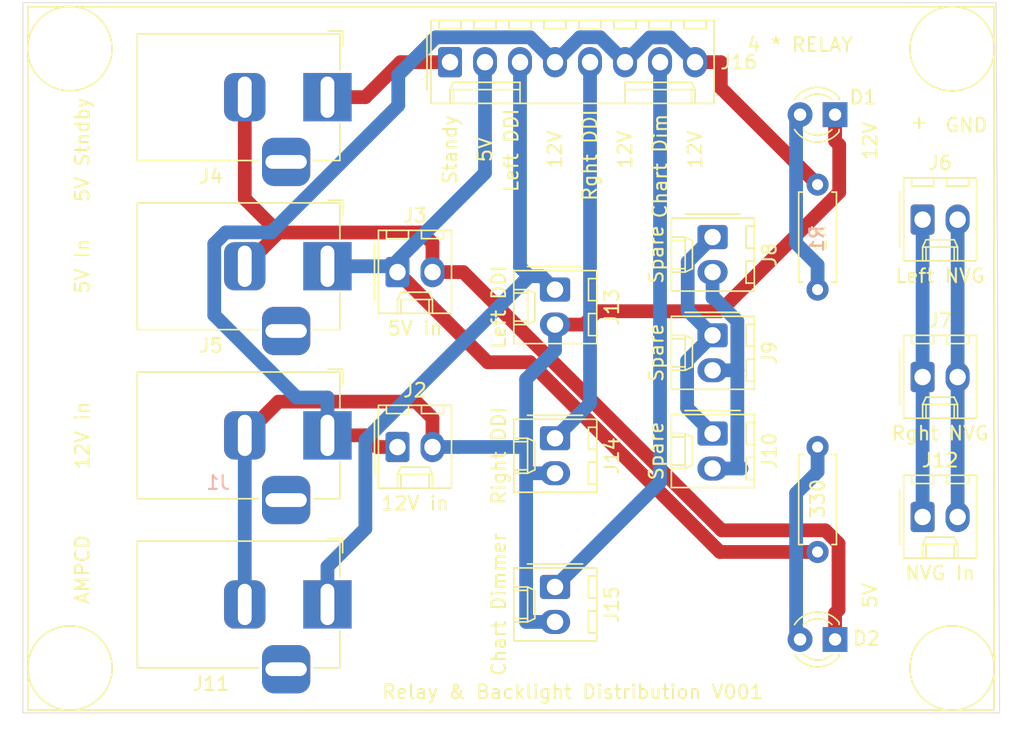
<source format=kicad_pcb>
(kicad_pcb (version 20171130) (host pcbnew "(5.1.9-0-10_14)")

  (general
    (thickness 1.6)
    (drawings 17)
    (tracks 109)
    (zones 0)
    (modules 25)
    (nets 15)
  )

  (page A4)
  (layers
    (0 F.Cu signal)
    (31 B.Cu signal)
    (32 B.Adhes user)
    (33 F.Adhes user)
    (34 B.Paste user)
    (35 F.Paste user)
    (36 B.SilkS user)
    (37 F.SilkS user)
    (38 B.Mask user)
    (39 F.Mask user)
    (40 Dwgs.User user)
    (41 Cmts.User user)
    (42 Eco1.User user)
    (43 Eco2.User user)
    (44 Edge.Cuts user)
    (45 Margin user)
    (46 B.CrtYd user)
    (47 F.CrtYd user)
    (48 B.Fab user)
    (49 F.Fab user)
  )

  (setup
    (last_trace_width 1)
    (user_trace_width 1)
    (trace_clearance 0.2)
    (zone_clearance 0.508)
    (zone_45_only no)
    (trace_min 0.2)
    (via_size 0.8)
    (via_drill 0.4)
    (via_min_size 0.4)
    (via_min_drill 0.3)
    (uvia_size 0.3)
    (uvia_drill 0.1)
    (uvias_allowed no)
    (uvia_min_size 0.2)
    (uvia_min_drill 0.1)
    (edge_width 0.05)
    (segment_width 0.2)
    (pcb_text_width 0.3)
    (pcb_text_size 1.5 1.5)
    (mod_edge_width 0.12)
    (mod_text_size 1 1)
    (mod_text_width 0.15)
    (pad_size 1.524 1.524)
    (pad_drill 0.762)
    (pad_to_mask_clearance 0.051)
    (solder_mask_min_width 0.25)
    (aux_axis_origin 0 0)
    (visible_elements FFFFFF7F)
    (pcbplotparams
      (layerselection 0x010fc_ffffffff)
      (usegerberextensions false)
      (usegerberattributes false)
      (usegerberadvancedattributes false)
      (creategerberjobfile false)
      (excludeedgelayer true)
      (linewidth 0.100000)
      (plotframeref false)
      (viasonmask false)
      (mode 1)
      (useauxorigin false)
      (hpglpennumber 1)
      (hpglpenspeed 20)
      (hpglpendiameter 15.000000)
      (psnegative false)
      (psa4output false)
      (plotreference true)
      (plotvalue true)
      (plotinvisibletext false)
      (padsonsilk false)
      (subtractmaskfromsilk false)
      (outputformat 1)
      (mirror false)
      (drillshape 0)
      (scaleselection 1)
      (outputdirectory "MANUFACTURING/"))
  )

  (net 0 "")
  (net 1 /12VGND)
  (net 2 /5VGND)
  (net 3 "Net-(D1-Pad2)")
  (net 4 "Net-(D2-Pad2)")
  (net 5 /NVG-)
  (net 6 /NVG+)
  (net 7 /+12Vin)
  (net 8 /+12VLeftDDI)
  (net 9 /+5VSwitched)
  (net 10 /+5Vin)
  (net 11 /+12VRightDDI)
  (net 12 /+12VChartDimmer)
  (net 13 /A1)
  (net 14 /A2)

  (net_class Default "This is the default net class."
    (clearance 0.2)
    (trace_width 1)
    (via_dia 0.8)
    (via_drill 0.4)
    (uvia_dia 0.3)
    (uvia_drill 0.1)
    (add_net /+12VChartDimmer)
    (add_net /+12VLeftDDI)
    (add_net /+12VRightDDI)
    (add_net /+12Vin)
    (add_net /+5VSwitched)
    (add_net /+5Vin)
    (add_net /12VGND)
    (add_net /5VGND)
    (add_net /A1)
    (add_net /A2)
    (add_net /NVG+)
    (add_net /NVG-)
    (add_net "Net-(D1-Pad2)")
    (add_net "Net-(D2-Pad2)")
  )

  (module Connector_Molex:Molex_KK-254_AE-6410-02A_1x02_P2.54mm_Vertical (layer F.Cu) (tedit 5EA53D3B) (tstamp 63B75961)
    (at 151.13 86.65 270)
    (descr "Molex KK-254 Interconnect System, old/engineering part number: AE-6410-02A example for new part number: 22-27-2021, 2 Pins (http://www.molex.com/pdm_docs/sd/022272021_sd.pdf), generated with kicad-footprint-generator")
    (tags "connector Molex KK-254 vertical")
    (path /63B77B75)
    (fp_text reference J10 (at 1.27 -4.12 90) (layer F.SilkS)
      (effects (font (size 1 1) (thickness 0.15)))
    )
    (fp_text value Spare (at 1.27 4.08 90) (layer F.SilkS)
      (effects (font (size 1 1) (thickness 0.15)))
    )
    (fp_text user %R (at 1.27 -2.22 90) (layer F.Fab)
      (effects (font (size 1 1) (thickness 0.15)))
    )
    (fp_line (start -1.27 -2.92) (end -1.27 2.88) (layer F.Fab) (width 0.1))
    (fp_line (start -1.27 2.88) (end 3.81 2.88) (layer F.Fab) (width 0.1))
    (fp_line (start 3.81 2.88) (end 3.81 -2.92) (layer F.Fab) (width 0.1))
    (fp_line (start 3.81 -2.92) (end -1.27 -2.92) (layer F.Fab) (width 0.1))
    (fp_line (start -1.38 -3.03) (end -1.38 2.99) (layer F.SilkS) (width 0.12))
    (fp_line (start -1.38 2.99) (end 3.92 2.99) (layer F.SilkS) (width 0.12))
    (fp_line (start 3.92 2.99) (end 3.92 -3.03) (layer F.SilkS) (width 0.12))
    (fp_line (start 3.92 -3.03) (end -1.38 -3.03) (layer F.SilkS) (width 0.12))
    (fp_line (start -1.67 -2) (end -1.67 2) (layer F.SilkS) (width 0.12))
    (fp_line (start -1.27 -0.5) (end -0.562893 0) (layer F.Fab) (width 0.1))
    (fp_line (start -0.562893 0) (end -1.27 0.5) (layer F.Fab) (width 0.1))
    (fp_line (start 0 2.99) (end 0 1.99) (layer F.SilkS) (width 0.12))
    (fp_line (start 0 1.99) (end 2.54 1.99) (layer F.SilkS) (width 0.12))
    (fp_line (start 2.54 1.99) (end 2.54 2.99) (layer F.SilkS) (width 0.12))
    (fp_line (start 0 1.99) (end 0.25 1.46) (layer F.SilkS) (width 0.12))
    (fp_line (start 0.25 1.46) (end 2.29 1.46) (layer F.SilkS) (width 0.12))
    (fp_line (start 2.29 1.46) (end 2.54 1.99) (layer F.SilkS) (width 0.12))
    (fp_line (start 0.25 2.99) (end 0.25 1.99) (layer F.SilkS) (width 0.12))
    (fp_line (start 2.29 2.99) (end 2.29 1.99) (layer F.SilkS) (width 0.12))
    (fp_line (start -0.8 -3.03) (end -0.8 -2.43) (layer F.SilkS) (width 0.12))
    (fp_line (start -0.8 -2.43) (end 0.8 -2.43) (layer F.SilkS) (width 0.12))
    (fp_line (start 0.8 -2.43) (end 0.8 -3.03) (layer F.SilkS) (width 0.12))
    (fp_line (start 1.74 -3.03) (end 1.74 -2.43) (layer F.SilkS) (width 0.12))
    (fp_line (start 1.74 -2.43) (end 3.34 -2.43) (layer F.SilkS) (width 0.12))
    (fp_line (start 3.34 -2.43) (end 3.34 -3.03) (layer F.SilkS) (width 0.12))
    (fp_line (start -1.77 -3.42) (end -1.77 3.38) (layer F.CrtYd) (width 0.05))
    (fp_line (start -1.77 3.38) (end 4.31 3.38) (layer F.CrtYd) (width 0.05))
    (fp_line (start 4.31 3.38) (end 4.31 -3.42) (layer F.CrtYd) (width 0.05))
    (fp_line (start 4.31 -3.42) (end -1.77 -3.42) (layer F.CrtYd) (width 0.05))
    (pad 2 thru_hole oval (at 2.54 0 270) (size 1.74 2.19) (drill 1.19) (layers *.Cu *.Mask)
      (net 13 /A1))
    (pad 1 thru_hole roundrect (at 0 0 270) (size 1.74 2.19) (drill 1.19) (layers *.Cu *.Mask) (roundrect_rratio 0.143678)
      (net 14 /A2))
    (model ${KISYS3DMOD}/Connector_Molex.3dshapes/Molex_KK-254_AE-6410-02A_1x02_P2.54mm_Vertical.wrl
      (at (xyz 0 0 0))
      (scale (xyz 1 1 1))
      (rotate (xyz 0 0 0))
    )
  )

  (module Connector_Molex:Molex_KK-254_AE-6410-02A_1x02_P2.54mm_Vertical (layer F.Cu) (tedit 5EA53D3B) (tstamp 63B7593D)
    (at 151.13 79.52 270)
    (descr "Molex KK-254 Interconnect System, old/engineering part number: AE-6410-02A example for new part number: 22-27-2021, 2 Pins (http://www.molex.com/pdm_docs/sd/022272021_sd.pdf), generated with kicad-footprint-generator")
    (tags "connector Molex KK-254 vertical")
    (path /63B76141)
    (fp_text reference J9 (at 1.27 -4.12 90) (layer F.SilkS)
      (effects (font (size 1 1) (thickness 0.15)))
    )
    (fp_text value Spare (at 1.27 4.08 90) (layer F.SilkS)
      (effects (font (size 1 1) (thickness 0.15)))
    )
    (fp_text user %R (at 1.27 -2.22 90) (layer F.Fab)
      (effects (font (size 1 1) (thickness 0.15)))
    )
    (fp_line (start -1.27 -2.92) (end -1.27 2.88) (layer F.Fab) (width 0.1))
    (fp_line (start -1.27 2.88) (end 3.81 2.88) (layer F.Fab) (width 0.1))
    (fp_line (start 3.81 2.88) (end 3.81 -2.92) (layer F.Fab) (width 0.1))
    (fp_line (start 3.81 -2.92) (end -1.27 -2.92) (layer F.Fab) (width 0.1))
    (fp_line (start -1.38 -3.03) (end -1.38 2.99) (layer F.SilkS) (width 0.12))
    (fp_line (start -1.38 2.99) (end 3.92 2.99) (layer F.SilkS) (width 0.12))
    (fp_line (start 3.92 2.99) (end 3.92 -3.03) (layer F.SilkS) (width 0.12))
    (fp_line (start 3.92 -3.03) (end -1.38 -3.03) (layer F.SilkS) (width 0.12))
    (fp_line (start -1.67 -2) (end -1.67 2) (layer F.SilkS) (width 0.12))
    (fp_line (start -1.27 -0.5) (end -0.562893 0) (layer F.Fab) (width 0.1))
    (fp_line (start -0.562893 0) (end -1.27 0.5) (layer F.Fab) (width 0.1))
    (fp_line (start 0 2.99) (end 0 1.99) (layer F.SilkS) (width 0.12))
    (fp_line (start 0 1.99) (end 2.54 1.99) (layer F.SilkS) (width 0.12))
    (fp_line (start 2.54 1.99) (end 2.54 2.99) (layer F.SilkS) (width 0.12))
    (fp_line (start 0 1.99) (end 0.25 1.46) (layer F.SilkS) (width 0.12))
    (fp_line (start 0.25 1.46) (end 2.29 1.46) (layer F.SilkS) (width 0.12))
    (fp_line (start 2.29 1.46) (end 2.54 1.99) (layer F.SilkS) (width 0.12))
    (fp_line (start 0.25 2.99) (end 0.25 1.99) (layer F.SilkS) (width 0.12))
    (fp_line (start 2.29 2.99) (end 2.29 1.99) (layer F.SilkS) (width 0.12))
    (fp_line (start -0.8 -3.03) (end -0.8 -2.43) (layer F.SilkS) (width 0.12))
    (fp_line (start -0.8 -2.43) (end 0.8 -2.43) (layer F.SilkS) (width 0.12))
    (fp_line (start 0.8 -2.43) (end 0.8 -3.03) (layer F.SilkS) (width 0.12))
    (fp_line (start 1.74 -3.03) (end 1.74 -2.43) (layer F.SilkS) (width 0.12))
    (fp_line (start 1.74 -2.43) (end 3.34 -2.43) (layer F.SilkS) (width 0.12))
    (fp_line (start 3.34 -2.43) (end 3.34 -3.03) (layer F.SilkS) (width 0.12))
    (fp_line (start -1.77 -3.42) (end -1.77 3.38) (layer F.CrtYd) (width 0.05))
    (fp_line (start -1.77 3.38) (end 4.31 3.38) (layer F.CrtYd) (width 0.05))
    (fp_line (start 4.31 3.38) (end 4.31 -3.42) (layer F.CrtYd) (width 0.05))
    (fp_line (start 4.31 -3.42) (end -1.77 -3.42) (layer F.CrtYd) (width 0.05))
    (pad 2 thru_hole oval (at 2.54 0 270) (size 1.74 2.19) (drill 1.19) (layers *.Cu *.Mask)
      (net 13 /A1))
    (pad 1 thru_hole roundrect (at 0 0 270) (size 1.74 2.19) (drill 1.19) (layers *.Cu *.Mask) (roundrect_rratio 0.143678)
      (net 14 /A2))
    (model ${KISYS3DMOD}/Connector_Molex.3dshapes/Molex_KK-254_AE-6410-02A_1x02_P2.54mm_Vertical.wrl
      (at (xyz 0 0 0))
      (scale (xyz 1 1 1))
      (rotate (xyz 0 0 0))
    )
  )

  (module Connector_Molex:Molex_KK-254_AE-6410-02A_1x02_P2.54mm_Vertical (layer F.Cu) (tedit 5EA53D3B) (tstamp 63B75919)
    (at 151.13 72.39 270)
    (descr "Molex KK-254 Interconnect System, old/engineering part number: AE-6410-02A example for new part number: 22-27-2021, 2 Pins (http://www.molex.com/pdm_docs/sd/022272021_sd.pdf), generated with kicad-footprint-generator")
    (tags "connector Molex KK-254 vertical")
    (path /63B74703)
    (fp_text reference J8 (at 1.27 -4.12 90) (layer F.SilkS)
      (effects (font (size 1 1) (thickness 0.15)))
    )
    (fp_text value Spare (at 1.27 4.08 90) (layer F.SilkS)
      (effects (font (size 1 1) (thickness 0.15)))
    )
    (fp_text user %R (at 1.27 -2.22 90) (layer F.Fab)
      (effects (font (size 1 1) (thickness 0.15)))
    )
    (fp_line (start -1.27 -2.92) (end -1.27 2.88) (layer F.Fab) (width 0.1))
    (fp_line (start -1.27 2.88) (end 3.81 2.88) (layer F.Fab) (width 0.1))
    (fp_line (start 3.81 2.88) (end 3.81 -2.92) (layer F.Fab) (width 0.1))
    (fp_line (start 3.81 -2.92) (end -1.27 -2.92) (layer F.Fab) (width 0.1))
    (fp_line (start -1.38 -3.03) (end -1.38 2.99) (layer F.SilkS) (width 0.12))
    (fp_line (start -1.38 2.99) (end 3.92 2.99) (layer F.SilkS) (width 0.12))
    (fp_line (start 3.92 2.99) (end 3.92 -3.03) (layer F.SilkS) (width 0.12))
    (fp_line (start 3.92 -3.03) (end -1.38 -3.03) (layer F.SilkS) (width 0.12))
    (fp_line (start -1.67 -2) (end -1.67 2) (layer F.SilkS) (width 0.12))
    (fp_line (start -1.27 -0.5) (end -0.562893 0) (layer F.Fab) (width 0.1))
    (fp_line (start -0.562893 0) (end -1.27 0.5) (layer F.Fab) (width 0.1))
    (fp_line (start 0 2.99) (end 0 1.99) (layer F.SilkS) (width 0.12))
    (fp_line (start 0 1.99) (end 2.54 1.99) (layer F.SilkS) (width 0.12))
    (fp_line (start 2.54 1.99) (end 2.54 2.99) (layer F.SilkS) (width 0.12))
    (fp_line (start 0 1.99) (end 0.25 1.46) (layer F.SilkS) (width 0.12))
    (fp_line (start 0.25 1.46) (end 2.29 1.46) (layer F.SilkS) (width 0.12))
    (fp_line (start 2.29 1.46) (end 2.54 1.99) (layer F.SilkS) (width 0.12))
    (fp_line (start 0.25 2.99) (end 0.25 1.99) (layer F.SilkS) (width 0.12))
    (fp_line (start 2.29 2.99) (end 2.29 1.99) (layer F.SilkS) (width 0.12))
    (fp_line (start -0.8 -3.03) (end -0.8 -2.43) (layer F.SilkS) (width 0.12))
    (fp_line (start -0.8 -2.43) (end 0.8 -2.43) (layer F.SilkS) (width 0.12))
    (fp_line (start 0.8 -2.43) (end 0.8 -3.03) (layer F.SilkS) (width 0.12))
    (fp_line (start 1.74 -3.03) (end 1.74 -2.43) (layer F.SilkS) (width 0.12))
    (fp_line (start 1.74 -2.43) (end 3.34 -2.43) (layer F.SilkS) (width 0.12))
    (fp_line (start 3.34 -2.43) (end 3.34 -3.03) (layer F.SilkS) (width 0.12))
    (fp_line (start -1.77 -3.42) (end -1.77 3.38) (layer F.CrtYd) (width 0.05))
    (fp_line (start -1.77 3.38) (end 4.31 3.38) (layer F.CrtYd) (width 0.05))
    (fp_line (start 4.31 3.38) (end 4.31 -3.42) (layer F.CrtYd) (width 0.05))
    (fp_line (start 4.31 -3.42) (end -1.77 -3.42) (layer F.CrtYd) (width 0.05))
    (pad 2 thru_hole oval (at 2.54 0 270) (size 1.74 2.19) (drill 1.19) (layers *.Cu *.Mask)
      (net 13 /A1))
    (pad 1 thru_hole roundrect (at 0 0 270) (size 1.74 2.19) (drill 1.19) (layers *.Cu *.Mask) (roundrect_rratio 0.143678)
      (net 14 /A2))
    (model ${KISYS3DMOD}/Connector_Molex.3dshapes/Molex_KK-254_AE-6410-02A_1x02_P2.54mm_Vertical.wrl
      (at (xyz 0 0 0))
      (scale (xyz 1 1 1))
      (rotate (xyz 0 0 0))
    )
  )

  (module Connector_Molex:Molex_KK-254_AE-6410-02A_1x02_P2.54mm_Vertical (layer F.Cu) (tedit 5EA53D3B) (tstamp 63B89937)
    (at 128.27 74.93)
    (descr "Molex KK-254 Interconnect System, old/engineering part number: AE-6410-02A example for new part number: 22-27-2021, 2 Pins (http://www.molex.com/pdm_docs/sd/022272021_sd.pdf), generated with kicad-footprint-generator")
    (tags "connector Molex KK-254 vertical")
    (path /63BAECCE)
    (fp_text reference J3 (at 1.27 -4.12) (layer F.SilkS)
      (effects (font (size 1 1) (thickness 0.15)))
    )
    (fp_text value "5V in" (at 1.27 4.08) (layer F.SilkS)
      (effects (font (size 1 1) (thickness 0.15)))
    )
    (fp_line (start 4.31 -3.42) (end -1.77 -3.42) (layer F.CrtYd) (width 0.05))
    (fp_line (start 4.31 3.38) (end 4.31 -3.42) (layer F.CrtYd) (width 0.05))
    (fp_line (start -1.77 3.38) (end 4.31 3.38) (layer F.CrtYd) (width 0.05))
    (fp_line (start -1.77 -3.42) (end -1.77 3.38) (layer F.CrtYd) (width 0.05))
    (fp_line (start 3.34 -2.43) (end 3.34 -3.03) (layer F.SilkS) (width 0.12))
    (fp_line (start 1.74 -2.43) (end 3.34 -2.43) (layer F.SilkS) (width 0.12))
    (fp_line (start 1.74 -3.03) (end 1.74 -2.43) (layer F.SilkS) (width 0.12))
    (fp_line (start 0.8 -2.43) (end 0.8 -3.03) (layer F.SilkS) (width 0.12))
    (fp_line (start -0.8 -2.43) (end 0.8 -2.43) (layer F.SilkS) (width 0.12))
    (fp_line (start -0.8 -3.03) (end -0.8 -2.43) (layer F.SilkS) (width 0.12))
    (fp_line (start 2.29 2.99) (end 2.29 1.99) (layer F.SilkS) (width 0.12))
    (fp_line (start 0.25 2.99) (end 0.25 1.99) (layer F.SilkS) (width 0.12))
    (fp_line (start 2.29 1.46) (end 2.54 1.99) (layer F.SilkS) (width 0.12))
    (fp_line (start 0.25 1.46) (end 2.29 1.46) (layer F.SilkS) (width 0.12))
    (fp_line (start 0 1.99) (end 0.25 1.46) (layer F.SilkS) (width 0.12))
    (fp_line (start 2.54 1.99) (end 2.54 2.99) (layer F.SilkS) (width 0.12))
    (fp_line (start 0 1.99) (end 2.54 1.99) (layer F.SilkS) (width 0.12))
    (fp_line (start 0 2.99) (end 0 1.99) (layer F.SilkS) (width 0.12))
    (fp_line (start -0.562893 0) (end -1.27 0.5) (layer F.Fab) (width 0.1))
    (fp_line (start -1.27 -0.5) (end -0.562893 0) (layer F.Fab) (width 0.1))
    (fp_line (start -1.67 -2) (end -1.67 2) (layer F.SilkS) (width 0.12))
    (fp_line (start 3.92 -3.03) (end -1.38 -3.03) (layer F.SilkS) (width 0.12))
    (fp_line (start 3.92 2.99) (end 3.92 -3.03) (layer F.SilkS) (width 0.12))
    (fp_line (start -1.38 2.99) (end 3.92 2.99) (layer F.SilkS) (width 0.12))
    (fp_line (start -1.38 -3.03) (end -1.38 2.99) (layer F.SilkS) (width 0.12))
    (fp_line (start 3.81 -2.92) (end -1.27 -2.92) (layer F.Fab) (width 0.1))
    (fp_line (start 3.81 2.88) (end 3.81 -2.92) (layer F.Fab) (width 0.1))
    (fp_line (start -1.27 2.88) (end 3.81 2.88) (layer F.Fab) (width 0.1))
    (fp_line (start -1.27 -2.92) (end -1.27 2.88) (layer F.Fab) (width 0.1))
    (fp_text user %R (at 1.27 -2.22) (layer F.Fab)
      (effects (font (size 1 1) (thickness 0.15)))
    )
    (pad 2 thru_hole oval (at 2.54 0) (size 1.74 2.19) (drill 1.19) (layers *.Cu *.Mask)
      (net 2 /5VGND))
    (pad 1 thru_hole roundrect (at 0 0) (size 1.74 2.19) (drill 1.19) (layers *.Cu *.Mask) (roundrect_rratio 0.143678)
      (net 10 /+5Vin))
    (model ${KISYS3DMOD}/Connector_Molex.3dshapes/Molex_KK-254_AE-6410-02A_1x02_P2.54mm_Vertical.wrl
      (at (xyz 0 0 0))
      (scale (xyz 1 1 1))
      (rotate (xyz 0 0 0))
    )
  )

  (module Connector_Molex:Molex_KK-254_AE-6410-02A_1x02_P2.54mm_Vertical (layer F.Cu) (tedit 5EA53D3B) (tstamp 63B88D7E)
    (at 128.27 87.63)
    (descr "Molex KK-254 Interconnect System, old/engineering part number: AE-6410-02A example for new part number: 22-27-2021, 2 Pins (http://www.molex.com/pdm_docs/sd/022272021_sd.pdf), generated with kicad-footprint-generator")
    (tags "connector Molex KK-254 vertical")
    (path /63BAE346)
    (fp_text reference J2 (at 1.27 -4.12) (layer F.SilkS)
      (effects (font (size 1 1) (thickness 0.15)))
    )
    (fp_text value "12V in" (at 1.27 4.08) (layer F.SilkS)
      (effects (font (size 1 1) (thickness 0.15)))
    )
    (fp_line (start 4.31 -3.42) (end -1.77 -3.42) (layer F.CrtYd) (width 0.05))
    (fp_line (start 4.31 3.38) (end 4.31 -3.42) (layer F.CrtYd) (width 0.05))
    (fp_line (start -1.77 3.38) (end 4.31 3.38) (layer F.CrtYd) (width 0.05))
    (fp_line (start -1.77 -3.42) (end -1.77 3.38) (layer F.CrtYd) (width 0.05))
    (fp_line (start 3.34 -2.43) (end 3.34 -3.03) (layer F.SilkS) (width 0.12))
    (fp_line (start 1.74 -2.43) (end 3.34 -2.43) (layer F.SilkS) (width 0.12))
    (fp_line (start 1.74 -3.03) (end 1.74 -2.43) (layer F.SilkS) (width 0.12))
    (fp_line (start 0.8 -2.43) (end 0.8 -3.03) (layer F.SilkS) (width 0.12))
    (fp_line (start -0.8 -2.43) (end 0.8 -2.43) (layer F.SilkS) (width 0.12))
    (fp_line (start -0.8 -3.03) (end -0.8 -2.43) (layer F.SilkS) (width 0.12))
    (fp_line (start 2.29 2.99) (end 2.29 1.99) (layer F.SilkS) (width 0.12))
    (fp_line (start 0.25 2.99) (end 0.25 1.99) (layer F.SilkS) (width 0.12))
    (fp_line (start 2.29 1.46) (end 2.54 1.99) (layer F.SilkS) (width 0.12))
    (fp_line (start 0.25 1.46) (end 2.29 1.46) (layer F.SilkS) (width 0.12))
    (fp_line (start 0 1.99) (end 0.25 1.46) (layer F.SilkS) (width 0.12))
    (fp_line (start 2.54 1.99) (end 2.54 2.99) (layer F.SilkS) (width 0.12))
    (fp_line (start 0 1.99) (end 2.54 1.99) (layer F.SilkS) (width 0.12))
    (fp_line (start 0 2.99) (end 0 1.99) (layer F.SilkS) (width 0.12))
    (fp_line (start -0.562893 0) (end -1.27 0.5) (layer F.Fab) (width 0.1))
    (fp_line (start -1.27 -0.5) (end -0.562893 0) (layer F.Fab) (width 0.1))
    (fp_line (start -1.67 -2) (end -1.67 2) (layer F.SilkS) (width 0.12))
    (fp_line (start 3.92 -3.03) (end -1.38 -3.03) (layer F.SilkS) (width 0.12))
    (fp_line (start 3.92 2.99) (end 3.92 -3.03) (layer F.SilkS) (width 0.12))
    (fp_line (start -1.38 2.99) (end 3.92 2.99) (layer F.SilkS) (width 0.12))
    (fp_line (start -1.38 -3.03) (end -1.38 2.99) (layer F.SilkS) (width 0.12))
    (fp_line (start 3.81 -2.92) (end -1.27 -2.92) (layer F.Fab) (width 0.1))
    (fp_line (start 3.81 2.88) (end 3.81 -2.92) (layer F.Fab) (width 0.1))
    (fp_line (start -1.27 2.88) (end 3.81 2.88) (layer F.Fab) (width 0.1))
    (fp_line (start -1.27 -2.92) (end -1.27 2.88) (layer F.Fab) (width 0.1))
    (fp_text user %R (at 1.27 -2.22) (layer F.Fab)
      (effects (font (size 1 1) (thickness 0.15)))
    )
    (pad 2 thru_hole oval (at 2.54 0) (size 1.74 2.19) (drill 1.19) (layers *.Cu *.Mask)
      (net 1 /12VGND))
    (pad 1 thru_hole roundrect (at 0 0) (size 1.74 2.19) (drill 1.19) (layers *.Cu *.Mask) (roundrect_rratio 0.143678)
      (net 7 /+12Vin))
    (model ${KISYS3DMOD}/Connector_Molex.3dshapes/Molex_KK-254_AE-6410-02A_1x02_P2.54mm_Vertical.wrl
      (at (xyz 0 0 0))
      (scale (xyz 1 1 1))
      (rotate (xyz 0 0 0))
    )
  )

  (module Connector_BarrelJack:BarrelJack_Horizontal (layer F.Cu) (tedit 5A1DBF6A) (tstamp 63B85B39)
    (at 123.19 99.06)
    (descr "DC Barrel Jack")
    (tags "Power Jack")
    (path /63BA7B0F)
    (fp_text reference J11 (at -8.45 5.75) (layer F.SilkS)
      (effects (font (size 1 1) (thickness 0.15)))
    )
    (fp_text value AMPCD (at -17.78 -2.54 -90) (layer F.SilkS)
      (effects (font (size 1 1) (thickness 0.15)))
    )
    (fp_line (start 0 -4.5) (end -13.7 -4.5) (layer F.Fab) (width 0.1))
    (fp_line (start 0.8 4.5) (end 0.8 -3.75) (layer F.Fab) (width 0.1))
    (fp_line (start -13.7 4.5) (end 0.8 4.5) (layer F.Fab) (width 0.1))
    (fp_line (start -13.7 -4.5) (end -13.7 4.5) (layer F.Fab) (width 0.1))
    (fp_line (start -10.2 -4.5) (end -10.2 4.5) (layer F.Fab) (width 0.1))
    (fp_line (start 0.9 -4.6) (end 0.9 -2) (layer F.SilkS) (width 0.12))
    (fp_line (start -13.8 -4.6) (end 0.9 -4.6) (layer F.SilkS) (width 0.12))
    (fp_line (start 0.9 4.6) (end -1 4.6) (layer F.SilkS) (width 0.12))
    (fp_line (start 0.9 1.9) (end 0.9 4.6) (layer F.SilkS) (width 0.12))
    (fp_line (start -13.8 4.6) (end -13.8 -4.6) (layer F.SilkS) (width 0.12))
    (fp_line (start -5 4.6) (end -13.8 4.6) (layer F.SilkS) (width 0.12))
    (fp_line (start -14 4.75) (end -14 -4.75) (layer F.CrtYd) (width 0.05))
    (fp_line (start -5 4.75) (end -14 4.75) (layer F.CrtYd) (width 0.05))
    (fp_line (start -5 6.75) (end -5 4.75) (layer F.CrtYd) (width 0.05))
    (fp_line (start -1 6.75) (end -5 6.75) (layer F.CrtYd) (width 0.05))
    (fp_line (start -1 4.75) (end -1 6.75) (layer F.CrtYd) (width 0.05))
    (fp_line (start 1 4.75) (end -1 4.75) (layer F.CrtYd) (width 0.05))
    (fp_line (start 1 2) (end 1 4.75) (layer F.CrtYd) (width 0.05))
    (fp_line (start 2 2) (end 1 2) (layer F.CrtYd) (width 0.05))
    (fp_line (start 2 -2) (end 2 2) (layer F.CrtYd) (width 0.05))
    (fp_line (start 1 -2) (end 2 -2) (layer F.CrtYd) (width 0.05))
    (fp_line (start 1 -4.5) (end 1 -2) (layer F.CrtYd) (width 0.05))
    (fp_line (start 1 -4.75) (end -14 -4.75) (layer F.CrtYd) (width 0.05))
    (fp_line (start 1 -4.5) (end 1 -4.75) (layer F.CrtYd) (width 0.05))
    (fp_line (start 0.05 -4.8) (end 1.1 -4.8) (layer F.SilkS) (width 0.12))
    (fp_line (start 1.1 -3.75) (end 1.1 -4.8) (layer F.SilkS) (width 0.12))
    (fp_line (start -0.003213 -4.505425) (end 0.8 -3.75) (layer F.Fab) (width 0.1))
    (fp_text user %R (at -3 -2.95) (layer F.Fab)
      (effects (font (size 1 1) (thickness 0.15)))
    )
    (pad 3 thru_hole roundrect (at -3 4.7) (size 3.5 3.5) (drill oval 3 1) (layers *.Cu *.Mask) (roundrect_rratio 0.25))
    (pad 2 thru_hole roundrect (at -6 0) (size 3 3.5) (drill oval 1 3) (layers *.Cu *.Mask) (roundrect_rratio 0.25)
      (net 1 /12VGND))
    (pad 1 thru_hole rect (at 0 0) (size 3.5 3.5) (drill oval 1 3) (layers *.Cu *.Mask)
      (net 8 /+12VLeftDDI))
    (model ${KISYS3DMOD}/Connector_BarrelJack.3dshapes/BarrelJack_Horizontal.wrl
      (at (xyz 0 0 0))
      (scale (xyz 1 1 1))
      (rotate (xyz 0 0 0))
    )
  )

  (module Connector_Molex:Molex_KK-254_AE-6410-08A_1x08_P2.54mm_Vertical (layer F.Cu) (tedit 5EA53D3B) (tstamp 63B84B5E)
    (at 132.08 59.69)
    (descr "Molex KK-254 Interconnect System, old/engineering part number: AE-6410-08A example for new part number: 22-27-2081, 8 Pins (http://www.molex.com/pdm_docs/sd/022272021_sd.pdf), generated with kicad-footprint-generator")
    (tags "connector Molex KK-254 vertical")
    (path /63B89EBD)
    (fp_text reference J16 (at 20.955 0) (layer F.SilkS)
      (effects (font (size 1 1) (thickness 0.15)))
    )
    (fp_text value "4 * RELAY" (at 25.4 -1.27) (layer F.SilkS)
      (effects (font (size 1 1) (thickness 0.15)))
    )
    (fp_line (start 19.55 -3.42) (end -1.77 -3.42) (layer F.CrtYd) (width 0.05))
    (fp_line (start 19.55 3.38) (end 19.55 -3.42) (layer F.CrtYd) (width 0.05))
    (fp_line (start -1.77 3.38) (end 19.55 3.38) (layer F.CrtYd) (width 0.05))
    (fp_line (start -1.77 -3.42) (end -1.77 3.38) (layer F.CrtYd) (width 0.05))
    (fp_line (start 18.58 -2.43) (end 18.58 -3.03) (layer F.SilkS) (width 0.12))
    (fp_line (start 16.98 -2.43) (end 18.58 -2.43) (layer F.SilkS) (width 0.12))
    (fp_line (start 16.98 -3.03) (end 16.98 -2.43) (layer F.SilkS) (width 0.12))
    (fp_line (start 16.04 -2.43) (end 16.04 -3.03) (layer F.SilkS) (width 0.12))
    (fp_line (start 14.44 -2.43) (end 16.04 -2.43) (layer F.SilkS) (width 0.12))
    (fp_line (start 14.44 -3.03) (end 14.44 -2.43) (layer F.SilkS) (width 0.12))
    (fp_line (start 13.5 -2.43) (end 13.5 -3.03) (layer F.SilkS) (width 0.12))
    (fp_line (start 11.9 -2.43) (end 13.5 -2.43) (layer F.SilkS) (width 0.12))
    (fp_line (start 11.9 -3.03) (end 11.9 -2.43) (layer F.SilkS) (width 0.12))
    (fp_line (start 10.96 -2.43) (end 10.96 -3.03) (layer F.SilkS) (width 0.12))
    (fp_line (start 9.36 -2.43) (end 10.96 -2.43) (layer F.SilkS) (width 0.12))
    (fp_line (start 9.36 -3.03) (end 9.36 -2.43) (layer F.SilkS) (width 0.12))
    (fp_line (start 8.42 -2.43) (end 8.42 -3.03) (layer F.SilkS) (width 0.12))
    (fp_line (start 6.82 -2.43) (end 8.42 -2.43) (layer F.SilkS) (width 0.12))
    (fp_line (start 6.82 -3.03) (end 6.82 -2.43) (layer F.SilkS) (width 0.12))
    (fp_line (start 5.88 -2.43) (end 5.88 -3.03) (layer F.SilkS) (width 0.12))
    (fp_line (start 4.28 -2.43) (end 5.88 -2.43) (layer F.SilkS) (width 0.12))
    (fp_line (start 4.28 -3.03) (end 4.28 -2.43) (layer F.SilkS) (width 0.12))
    (fp_line (start 3.34 -2.43) (end 3.34 -3.03) (layer F.SilkS) (width 0.12))
    (fp_line (start 1.74 -2.43) (end 3.34 -2.43) (layer F.SilkS) (width 0.12))
    (fp_line (start 1.74 -3.03) (end 1.74 -2.43) (layer F.SilkS) (width 0.12))
    (fp_line (start 0.8 -2.43) (end 0.8 -3.03) (layer F.SilkS) (width 0.12))
    (fp_line (start -0.8 -2.43) (end 0.8 -2.43) (layer F.SilkS) (width 0.12))
    (fp_line (start -0.8 -3.03) (end -0.8 -2.43) (layer F.SilkS) (width 0.12))
    (fp_line (start 17.53 2.99) (end 17.53 1.99) (layer F.SilkS) (width 0.12))
    (fp_line (start 12.7 1.46) (end 12.7 1.99) (layer F.SilkS) (width 0.12))
    (fp_line (start 17.53 1.46) (end 12.7 1.46) (layer F.SilkS) (width 0.12))
    (fp_line (start 17.78 1.99) (end 17.53 1.46) (layer F.SilkS) (width 0.12))
    (fp_line (start 12.7 1.99) (end 12.7 2.99) (layer F.SilkS) (width 0.12))
    (fp_line (start 17.78 1.99) (end 12.7 1.99) (layer F.SilkS) (width 0.12))
    (fp_line (start 17.78 2.99) (end 17.78 1.99) (layer F.SilkS) (width 0.12))
    (fp_line (start 0.25 2.99) (end 0.25 1.99) (layer F.SilkS) (width 0.12))
    (fp_line (start 5.08 1.46) (end 5.08 1.99) (layer F.SilkS) (width 0.12))
    (fp_line (start 0.25 1.46) (end 5.08 1.46) (layer F.SilkS) (width 0.12))
    (fp_line (start 0 1.99) (end 0.25 1.46) (layer F.SilkS) (width 0.12))
    (fp_line (start 5.08 1.99) (end 5.08 2.99) (layer F.SilkS) (width 0.12))
    (fp_line (start 0 1.99) (end 5.08 1.99) (layer F.SilkS) (width 0.12))
    (fp_line (start 0 2.99) (end 0 1.99) (layer F.SilkS) (width 0.12))
    (fp_line (start -0.562893 0) (end -1.27 0.5) (layer F.Fab) (width 0.1))
    (fp_line (start -1.27 -0.5) (end -0.562893 0) (layer F.Fab) (width 0.1))
    (fp_line (start -1.67 -2) (end -1.67 2) (layer F.SilkS) (width 0.12))
    (fp_line (start 19.16 -3.03) (end -1.38 -3.03) (layer F.SilkS) (width 0.12))
    (fp_line (start 19.16 2.99) (end 19.16 -3.03) (layer F.SilkS) (width 0.12))
    (fp_line (start -1.38 2.99) (end 19.16 2.99) (layer F.SilkS) (width 0.12))
    (fp_line (start -1.38 -3.03) (end -1.38 2.99) (layer F.SilkS) (width 0.12))
    (fp_line (start 19.05 -2.92) (end -1.27 -2.92) (layer F.Fab) (width 0.1))
    (fp_line (start 19.05 2.88) (end 19.05 -2.92) (layer F.Fab) (width 0.1))
    (fp_line (start -1.27 2.88) (end 19.05 2.88) (layer F.Fab) (width 0.1))
    (fp_line (start -1.27 -2.92) (end -1.27 2.88) (layer F.Fab) (width 0.1))
    (fp_text user %R (at 8.89 -2.22) (layer F.Fab)
      (effects (font (size 1 1) (thickness 0.15)))
    )
    (pad 8 thru_hole oval (at 17.78 0) (size 1.74 2.19) (drill 1.19) (layers *.Cu *.Mask)
      (net 7 /+12Vin))
    (pad 7 thru_hole oval (at 15.24 0) (size 1.74 2.19) (drill 1.19) (layers *.Cu *.Mask)
      (net 12 /+12VChartDimmer))
    (pad 6 thru_hole oval (at 12.7 0) (size 1.74 2.19) (drill 1.19) (layers *.Cu *.Mask)
      (net 7 /+12Vin))
    (pad 5 thru_hole oval (at 10.16 0) (size 1.74 2.19) (drill 1.19) (layers *.Cu *.Mask)
      (net 11 /+12VRightDDI))
    (pad 4 thru_hole oval (at 7.62 0) (size 1.74 2.19) (drill 1.19) (layers *.Cu *.Mask)
      (net 7 /+12Vin))
    (pad 3 thru_hole oval (at 5.08 0) (size 1.74 2.19) (drill 1.19) (layers *.Cu *.Mask)
      (net 8 /+12VLeftDDI))
    (pad 2 thru_hole oval (at 2.54 0) (size 1.74 2.19) (drill 1.19) (layers *.Cu *.Mask)
      (net 10 /+5Vin))
    (pad 1 thru_hole roundrect (at 0 0) (size 1.74 2.19) (drill 1.19) (layers *.Cu *.Mask) (roundrect_rratio 0.143678)
      (net 9 /+5VSwitched))
    (model ${KISYS3DMOD}/Connector_Molex.3dshapes/Molex_KK-254_AE-6410-08A_1x08_P2.54mm_Vertical.wrl
      (at (xyz 0 0 0))
      (scale (xyz 1 1 1))
      (rotate (xyz 0 0 0))
    )
  )

  (module PT_Library_v001:PT_General_PCB_Outline (layer F.Cu) (tedit 5EED2333) (tstamp 5EED7888)
    (at 137.006 80.5581)
    (path /5EEE094C)
    (fp_text reference SPCB1 (at 15.748 1.262) (layer F.SilkS) hide
      (effects (font (size 1 1) (thickness 0.15)))
    )
    (fp_text value PT_SmallPCB (at 2.186 1.2934) (layer F.Fab)
      (effects (font (size 1 1) (thickness 0.15)))
    )
    (fp_circle (center 31.506565 23.114) (end 29.474565 25.4) (layer F.SilkS) (width 0.12))
    (fp_circle (center -32.501435 23.114) (end -34.533435 25.4) (layer F.SilkS) (width 0.12))
    (fp_circle (center -32.512 -21.854565) (end -34.544 -19.568565) (layer F.SilkS) (width 0.12))
    (fp_circle (center 31.506565 -21.844) (end 29.474565 -19.558) (layer F.SilkS) (width 0.12))
    (fp_line (start -35.56 26.162) (end -35.56 -24.892) (layer F.SilkS) (width 0.12))
    (fp_line (start 34.544 26.162) (end -35.56 26.162) (layer F.SilkS) (width 0.12))
    (fp_line (start 34.544 -24.892) (end 34.544 26.162) (layer F.SilkS) (width 0.12))
    (fp_line (start -35.56 -24.892) (end 34.544 -24.892) (layer F.SilkS) (width 0.12))
  )

  (module Connector_Molex:Molex_KK-254_AE-6410-02A_1x02_P2.54mm_Vertical (layer F.Cu) (tedit 5EA53D3B) (tstamp 63B83A84)
    (at 139.7 97.79 270)
    (descr "Molex KK-254 Interconnect System, old/engineering part number: AE-6410-02A example for new part number: 22-27-2021, 2 Pins (http://www.molex.com/pdm_docs/sd/022272021_sd.pdf), generated with kicad-footprint-generator")
    (tags "connector Molex KK-254 vertical")
    (path /63B9BC51)
    (fp_text reference J15 (at 1.27 -4.12 90) (layer F.SilkS)
      (effects (font (size 1 1) (thickness 0.15)))
    )
    (fp_text value "Chart Dimmer" (at 1.27 4.08 90) (layer F.SilkS)
      (effects (font (size 1 1) (thickness 0.15)))
    )
    (fp_line (start 4.31 -3.42) (end -1.77 -3.42) (layer F.CrtYd) (width 0.05))
    (fp_line (start 4.31 3.38) (end 4.31 -3.42) (layer F.CrtYd) (width 0.05))
    (fp_line (start -1.77 3.38) (end 4.31 3.38) (layer F.CrtYd) (width 0.05))
    (fp_line (start -1.77 -3.42) (end -1.77 3.38) (layer F.CrtYd) (width 0.05))
    (fp_line (start 3.34 -2.43) (end 3.34 -3.03) (layer F.SilkS) (width 0.12))
    (fp_line (start 1.74 -2.43) (end 3.34 -2.43) (layer F.SilkS) (width 0.12))
    (fp_line (start 1.74 -3.03) (end 1.74 -2.43) (layer F.SilkS) (width 0.12))
    (fp_line (start 0.8 -2.43) (end 0.8 -3.03) (layer F.SilkS) (width 0.12))
    (fp_line (start -0.8 -2.43) (end 0.8 -2.43) (layer F.SilkS) (width 0.12))
    (fp_line (start -0.8 -3.03) (end -0.8 -2.43) (layer F.SilkS) (width 0.12))
    (fp_line (start 2.29 2.99) (end 2.29 1.99) (layer F.SilkS) (width 0.12))
    (fp_line (start 0.25 2.99) (end 0.25 1.99) (layer F.SilkS) (width 0.12))
    (fp_line (start 2.29 1.46) (end 2.54 1.99) (layer F.SilkS) (width 0.12))
    (fp_line (start 0.25 1.46) (end 2.29 1.46) (layer F.SilkS) (width 0.12))
    (fp_line (start 0 1.99) (end 0.25 1.46) (layer F.SilkS) (width 0.12))
    (fp_line (start 2.54 1.99) (end 2.54 2.99) (layer F.SilkS) (width 0.12))
    (fp_line (start 0 1.99) (end 2.54 1.99) (layer F.SilkS) (width 0.12))
    (fp_line (start 0 2.99) (end 0 1.99) (layer F.SilkS) (width 0.12))
    (fp_line (start -0.562893 0) (end -1.27 0.5) (layer F.Fab) (width 0.1))
    (fp_line (start -1.27 -0.5) (end -0.562893 0) (layer F.Fab) (width 0.1))
    (fp_line (start -1.67 -2) (end -1.67 2) (layer F.SilkS) (width 0.12))
    (fp_line (start 3.92 -3.03) (end -1.38 -3.03) (layer F.SilkS) (width 0.12))
    (fp_line (start 3.92 2.99) (end 3.92 -3.03) (layer F.SilkS) (width 0.12))
    (fp_line (start -1.38 2.99) (end 3.92 2.99) (layer F.SilkS) (width 0.12))
    (fp_line (start -1.38 -3.03) (end -1.38 2.99) (layer F.SilkS) (width 0.12))
    (fp_line (start 3.81 -2.92) (end -1.27 -2.92) (layer F.Fab) (width 0.1))
    (fp_line (start 3.81 2.88) (end 3.81 -2.92) (layer F.Fab) (width 0.1))
    (fp_line (start -1.27 2.88) (end 3.81 2.88) (layer F.Fab) (width 0.1))
    (fp_line (start -1.27 -2.92) (end -1.27 2.88) (layer F.Fab) (width 0.1))
    (fp_text user %R (at 1.27 -2.22 90) (layer F.Fab)
      (effects (font (size 1 1) (thickness 0.15)))
    )
    (pad 2 thru_hole oval (at 2.54 0 270) (size 1.74 2.19) (drill 1.19) (layers *.Cu *.Mask)
      (net 1 /12VGND))
    (pad 1 thru_hole roundrect (at 0 0 270) (size 1.74 2.19) (drill 1.19) (layers *.Cu *.Mask) (roundrect_rratio 0.143678)
      (net 12 /+12VChartDimmer))
    (model ${KISYS3DMOD}/Connector_Molex.3dshapes/Molex_KK-254_AE-6410-02A_1x02_P2.54mm_Vertical.wrl
      (at (xyz 0 0 0))
      (scale (xyz 1 1 1))
      (rotate (xyz 0 0 0))
    )
  )

  (module Connector_Molex:Molex_KK-254_AE-6410-02A_1x02_P2.54mm_Vertical (layer F.Cu) (tedit 5EA53D3B) (tstamp 63B83A60)
    (at 139.7 86.995 270)
    (descr "Molex KK-254 Interconnect System, old/engineering part number: AE-6410-02A example for new part number: 22-27-2021, 2 Pins (http://www.molex.com/pdm_docs/sd/022272021_sd.pdf), generated with kicad-footprint-generator")
    (tags "connector Molex KK-254 vertical")
    (path /63B9A191)
    (fp_text reference J14 (at 1.27 -4.12 90) (layer F.SilkS)
      (effects (font (size 1 1) (thickness 0.15)))
    )
    (fp_text value "Right DDI" (at 1.27 4.08 90) (layer F.SilkS)
      (effects (font (size 1 1) (thickness 0.15)))
    )
    (fp_line (start 4.31 -3.42) (end -1.77 -3.42) (layer F.CrtYd) (width 0.05))
    (fp_line (start 4.31 3.38) (end 4.31 -3.42) (layer F.CrtYd) (width 0.05))
    (fp_line (start -1.77 3.38) (end 4.31 3.38) (layer F.CrtYd) (width 0.05))
    (fp_line (start -1.77 -3.42) (end -1.77 3.38) (layer F.CrtYd) (width 0.05))
    (fp_line (start 3.34 -2.43) (end 3.34 -3.03) (layer F.SilkS) (width 0.12))
    (fp_line (start 1.74 -2.43) (end 3.34 -2.43) (layer F.SilkS) (width 0.12))
    (fp_line (start 1.74 -3.03) (end 1.74 -2.43) (layer F.SilkS) (width 0.12))
    (fp_line (start 0.8 -2.43) (end 0.8 -3.03) (layer F.SilkS) (width 0.12))
    (fp_line (start -0.8 -2.43) (end 0.8 -2.43) (layer F.SilkS) (width 0.12))
    (fp_line (start -0.8 -3.03) (end -0.8 -2.43) (layer F.SilkS) (width 0.12))
    (fp_line (start 2.29 2.99) (end 2.29 1.99) (layer F.SilkS) (width 0.12))
    (fp_line (start 0.25 2.99) (end 0.25 1.99) (layer F.SilkS) (width 0.12))
    (fp_line (start 2.29 1.46) (end 2.54 1.99) (layer F.SilkS) (width 0.12))
    (fp_line (start 0.25 1.46) (end 2.29 1.46) (layer F.SilkS) (width 0.12))
    (fp_line (start 0 1.99) (end 0.25 1.46) (layer F.SilkS) (width 0.12))
    (fp_line (start 2.54 1.99) (end 2.54 2.99) (layer F.SilkS) (width 0.12))
    (fp_line (start 0 1.99) (end 2.54 1.99) (layer F.SilkS) (width 0.12))
    (fp_line (start 0 2.99) (end 0 1.99) (layer F.SilkS) (width 0.12))
    (fp_line (start -0.562893 0) (end -1.27 0.5) (layer F.Fab) (width 0.1))
    (fp_line (start -1.27 -0.5) (end -0.562893 0) (layer F.Fab) (width 0.1))
    (fp_line (start -1.67 -2) (end -1.67 2) (layer F.SilkS) (width 0.12))
    (fp_line (start 3.92 -3.03) (end -1.38 -3.03) (layer F.SilkS) (width 0.12))
    (fp_line (start 3.92 2.99) (end 3.92 -3.03) (layer F.SilkS) (width 0.12))
    (fp_line (start -1.38 2.99) (end 3.92 2.99) (layer F.SilkS) (width 0.12))
    (fp_line (start -1.38 -3.03) (end -1.38 2.99) (layer F.SilkS) (width 0.12))
    (fp_line (start 3.81 -2.92) (end -1.27 -2.92) (layer F.Fab) (width 0.1))
    (fp_line (start 3.81 2.88) (end 3.81 -2.92) (layer F.Fab) (width 0.1))
    (fp_line (start -1.27 2.88) (end 3.81 2.88) (layer F.Fab) (width 0.1))
    (fp_line (start -1.27 -2.92) (end -1.27 2.88) (layer F.Fab) (width 0.1))
    (fp_text user %R (at 1.27 -2.22 90) (layer F.Fab)
      (effects (font (size 1 1) (thickness 0.15)))
    )
    (pad 2 thru_hole oval (at 2.54 0 270) (size 1.74 2.19) (drill 1.19) (layers *.Cu *.Mask)
      (net 1 /12VGND))
    (pad 1 thru_hole roundrect (at 0 0 270) (size 1.74 2.19) (drill 1.19) (layers *.Cu *.Mask) (roundrect_rratio 0.143678)
      (net 11 /+12VRightDDI))
    (model ${KISYS3DMOD}/Connector_Molex.3dshapes/Molex_KK-254_AE-6410-02A_1x02_P2.54mm_Vertical.wrl
      (at (xyz 0 0 0))
      (scale (xyz 1 1 1))
      (rotate (xyz 0 0 0))
    )
  )

  (module Connector_BarrelJack:BarrelJack_Horizontal (layer F.Cu) (tedit 5A1DBF6A) (tstamp 63B8528F)
    (at 123.19 74.5067)
    (descr "DC Barrel Jack")
    (tags "Power Jack")
    (path /63B89A3E)
    (fp_text reference J5 (at -8.45 5.75) (layer F.SilkS)
      (effects (font (size 1 1) (thickness 0.15)))
    )
    (fp_text value "5V In" (at -17.78 0 -90) (layer F.SilkS)
      (effects (font (size 1 1) (thickness 0.15)))
    )
    (fp_line (start 0 -4.5) (end -13.7 -4.5) (layer F.Fab) (width 0.1))
    (fp_line (start 0.8 4.5) (end 0.8 -3.75) (layer F.Fab) (width 0.1))
    (fp_line (start -13.7 4.5) (end 0.8 4.5) (layer F.Fab) (width 0.1))
    (fp_line (start -13.7 -4.5) (end -13.7 4.5) (layer F.Fab) (width 0.1))
    (fp_line (start -10.2 -4.5) (end -10.2 4.5) (layer F.Fab) (width 0.1))
    (fp_line (start 0.9 -4.6) (end 0.9 -2) (layer F.SilkS) (width 0.12))
    (fp_line (start -13.8 -4.6) (end 0.9 -4.6) (layer F.SilkS) (width 0.12))
    (fp_line (start 0.9 4.6) (end -1 4.6) (layer F.SilkS) (width 0.12))
    (fp_line (start 0.9 1.9) (end 0.9 4.6) (layer F.SilkS) (width 0.12))
    (fp_line (start -13.8 4.6) (end -13.8 -4.6) (layer F.SilkS) (width 0.12))
    (fp_line (start -5 4.6) (end -13.8 4.6) (layer F.SilkS) (width 0.12))
    (fp_line (start -14 4.75) (end -14 -4.75) (layer F.CrtYd) (width 0.05))
    (fp_line (start -5 4.75) (end -14 4.75) (layer F.CrtYd) (width 0.05))
    (fp_line (start -5 6.75) (end -5 4.75) (layer F.CrtYd) (width 0.05))
    (fp_line (start -1 6.75) (end -5 6.75) (layer F.CrtYd) (width 0.05))
    (fp_line (start -1 4.75) (end -1 6.75) (layer F.CrtYd) (width 0.05))
    (fp_line (start 1 4.75) (end -1 4.75) (layer F.CrtYd) (width 0.05))
    (fp_line (start 1 2) (end 1 4.75) (layer F.CrtYd) (width 0.05))
    (fp_line (start 2 2) (end 1 2) (layer F.CrtYd) (width 0.05))
    (fp_line (start 2 -2) (end 2 2) (layer F.CrtYd) (width 0.05))
    (fp_line (start 1 -2) (end 2 -2) (layer F.CrtYd) (width 0.05))
    (fp_line (start 1 -4.5) (end 1 -2) (layer F.CrtYd) (width 0.05))
    (fp_line (start 1 -4.75) (end -14 -4.75) (layer F.CrtYd) (width 0.05))
    (fp_line (start 1 -4.5) (end 1 -4.75) (layer F.CrtYd) (width 0.05))
    (fp_line (start 0.05 -4.8) (end 1.1 -4.8) (layer F.SilkS) (width 0.12))
    (fp_line (start 1.1 -3.75) (end 1.1 -4.8) (layer F.SilkS) (width 0.12))
    (fp_line (start -0.003213 -4.505425) (end 0.8 -3.75) (layer F.Fab) (width 0.1))
    (fp_text user %R (at -3 -2.95) (layer F.Fab)
      (effects (font (size 1 1) (thickness 0.15)))
    )
    (pad 3 thru_hole roundrect (at -3 4.7) (size 3.5 3.5) (drill oval 3 1) (layers *.Cu *.Mask) (roundrect_rratio 0.25))
    (pad 2 thru_hole roundrect (at -6 0) (size 3 3.5) (drill oval 1 3) (layers *.Cu *.Mask) (roundrect_rratio 0.25)
      (net 2 /5VGND))
    (pad 1 thru_hole rect (at 0 0) (size 3.5 3.5) (drill oval 1 3) (layers *.Cu *.Mask)
      (net 10 /+5Vin))
    (model ${KISYS3DMOD}/Connector_BarrelJack.3dshapes/BarrelJack_Horizontal.wrl
      (at (xyz 0 0 0))
      (scale (xyz 1 1 1))
      (rotate (xyz 0 0 0))
    )
  )

  (module Connector_BarrelJack:BarrelJack_Horizontal (layer F.Cu) (tedit 5A1DBF6A) (tstamp 63B839B0)
    (at 123.19 62.23)
    (descr "DC Barrel Jack")
    (tags "Power Jack")
    (path /63B8BAFE)
    (fp_text reference J4 (at -8.45 5.75) (layer F.SilkS)
      (effects (font (size 1 1) (thickness 0.15)))
    )
    (fp_text value "5V Stndby" (at -17.78 3.81 -90) (layer F.SilkS)
      (effects (font (size 1 1) (thickness 0.15)))
    )
    (fp_line (start 0 -4.5) (end -13.7 -4.5) (layer F.Fab) (width 0.1))
    (fp_line (start 0.8 4.5) (end 0.8 -3.75) (layer F.Fab) (width 0.1))
    (fp_line (start -13.7 4.5) (end 0.8 4.5) (layer F.Fab) (width 0.1))
    (fp_line (start -13.7 -4.5) (end -13.7 4.5) (layer F.Fab) (width 0.1))
    (fp_line (start -10.2 -4.5) (end -10.2 4.5) (layer F.Fab) (width 0.1))
    (fp_line (start 0.9 -4.6) (end 0.9 -2) (layer F.SilkS) (width 0.12))
    (fp_line (start -13.8 -4.6) (end 0.9 -4.6) (layer F.SilkS) (width 0.12))
    (fp_line (start 0.9 4.6) (end -1 4.6) (layer F.SilkS) (width 0.12))
    (fp_line (start 0.9 1.9) (end 0.9 4.6) (layer F.SilkS) (width 0.12))
    (fp_line (start -13.8 4.6) (end -13.8 -4.6) (layer F.SilkS) (width 0.12))
    (fp_line (start -5 4.6) (end -13.8 4.6) (layer F.SilkS) (width 0.12))
    (fp_line (start -14 4.75) (end -14 -4.75) (layer F.CrtYd) (width 0.05))
    (fp_line (start -5 4.75) (end -14 4.75) (layer F.CrtYd) (width 0.05))
    (fp_line (start -5 6.75) (end -5 4.75) (layer F.CrtYd) (width 0.05))
    (fp_line (start -1 6.75) (end -5 6.75) (layer F.CrtYd) (width 0.05))
    (fp_line (start -1 4.75) (end -1 6.75) (layer F.CrtYd) (width 0.05))
    (fp_line (start 1 4.75) (end -1 4.75) (layer F.CrtYd) (width 0.05))
    (fp_line (start 1 2) (end 1 4.75) (layer F.CrtYd) (width 0.05))
    (fp_line (start 2 2) (end 1 2) (layer F.CrtYd) (width 0.05))
    (fp_line (start 2 -2) (end 2 2) (layer F.CrtYd) (width 0.05))
    (fp_line (start 1 -2) (end 2 -2) (layer F.CrtYd) (width 0.05))
    (fp_line (start 1 -4.5) (end 1 -2) (layer F.CrtYd) (width 0.05))
    (fp_line (start 1 -4.75) (end -14 -4.75) (layer F.CrtYd) (width 0.05))
    (fp_line (start 1 -4.5) (end 1 -4.75) (layer F.CrtYd) (width 0.05))
    (fp_line (start 0.05 -4.8) (end 1.1 -4.8) (layer F.SilkS) (width 0.12))
    (fp_line (start 1.1 -3.75) (end 1.1 -4.8) (layer F.SilkS) (width 0.12))
    (fp_line (start -0.003213 -4.505425) (end 0.8 -3.75) (layer F.Fab) (width 0.1))
    (fp_text user %R (at -3 -2.95) (layer F.Fab)
      (effects (font (size 1 1) (thickness 0.15)))
    )
    (pad 3 thru_hole roundrect (at -3 4.7) (size 3.5 3.5) (drill oval 3 1) (layers *.Cu *.Mask) (roundrect_rratio 0.25))
    (pad 2 thru_hole roundrect (at -6 0) (size 3 3.5) (drill oval 1 3) (layers *.Cu *.Mask) (roundrect_rratio 0.25)
      (net 2 /5VGND))
    (pad 1 thru_hole rect (at 0 0) (size 3.5 3.5) (drill oval 1 3) (layers *.Cu *.Mask)
      (net 9 /+5VSwitched))
    (model ${KISYS3DMOD}/Connector_BarrelJack.3dshapes/BarrelJack_Horizontal.wrl
      (at (xyz 0 0 0))
      (scale (xyz 1 1 1))
      (rotate (xyz 0 0 0))
    )
  )

  (module Connector_Molex:Molex_KK-254_AE-6410-02A_1x02_P2.54mm_Vertical (layer F.Cu) (tedit 5EA53D3B) (tstamp 63B8398D)
    (at 139.7 76.2 270)
    (descr "Molex KK-254 Interconnect System, old/engineering part number: AE-6410-02A example for new part number: 22-27-2021, 2 Pins (http://www.molex.com/pdm_docs/sd/022272021_sd.pdf), generated with kicad-footprint-generator")
    (tags "connector Molex KK-254 vertical")
    (path /63B98E71)
    (fp_text reference J13 (at 1.27 -4.12 90) (layer F.SilkS)
      (effects (font (size 1 1) (thickness 0.15)))
    )
    (fp_text value "Left DDI" (at 1.27 4.08 90) (layer F.SilkS)
      (effects (font (size 1 1) (thickness 0.15)))
    )
    (fp_line (start 4.31 -3.42) (end -1.77 -3.42) (layer F.CrtYd) (width 0.05))
    (fp_line (start 4.31 3.38) (end 4.31 -3.42) (layer F.CrtYd) (width 0.05))
    (fp_line (start -1.77 3.38) (end 4.31 3.38) (layer F.CrtYd) (width 0.05))
    (fp_line (start -1.77 -3.42) (end -1.77 3.38) (layer F.CrtYd) (width 0.05))
    (fp_line (start 3.34 -2.43) (end 3.34 -3.03) (layer F.SilkS) (width 0.12))
    (fp_line (start 1.74 -2.43) (end 3.34 -2.43) (layer F.SilkS) (width 0.12))
    (fp_line (start 1.74 -3.03) (end 1.74 -2.43) (layer F.SilkS) (width 0.12))
    (fp_line (start 0.8 -2.43) (end 0.8 -3.03) (layer F.SilkS) (width 0.12))
    (fp_line (start -0.8 -2.43) (end 0.8 -2.43) (layer F.SilkS) (width 0.12))
    (fp_line (start -0.8 -3.03) (end -0.8 -2.43) (layer F.SilkS) (width 0.12))
    (fp_line (start 2.29 2.99) (end 2.29 1.99) (layer F.SilkS) (width 0.12))
    (fp_line (start 0.25 2.99) (end 0.25 1.99) (layer F.SilkS) (width 0.12))
    (fp_line (start 2.29 1.46) (end 2.54 1.99) (layer F.SilkS) (width 0.12))
    (fp_line (start 0.25 1.46) (end 2.29 1.46) (layer F.SilkS) (width 0.12))
    (fp_line (start 0 1.99) (end 0.25 1.46) (layer F.SilkS) (width 0.12))
    (fp_line (start 2.54 1.99) (end 2.54 2.99) (layer F.SilkS) (width 0.12))
    (fp_line (start 0 1.99) (end 2.54 1.99) (layer F.SilkS) (width 0.12))
    (fp_line (start 0 2.99) (end 0 1.99) (layer F.SilkS) (width 0.12))
    (fp_line (start -0.562893 0) (end -1.27 0.5) (layer F.Fab) (width 0.1))
    (fp_line (start -1.27 -0.5) (end -0.562893 0) (layer F.Fab) (width 0.1))
    (fp_line (start -1.67 -2) (end -1.67 2) (layer F.SilkS) (width 0.12))
    (fp_line (start 3.92 -3.03) (end -1.38 -3.03) (layer F.SilkS) (width 0.12))
    (fp_line (start 3.92 2.99) (end 3.92 -3.03) (layer F.SilkS) (width 0.12))
    (fp_line (start -1.38 2.99) (end 3.92 2.99) (layer F.SilkS) (width 0.12))
    (fp_line (start -1.38 -3.03) (end -1.38 2.99) (layer F.SilkS) (width 0.12))
    (fp_line (start 3.81 -2.92) (end -1.27 -2.92) (layer F.Fab) (width 0.1))
    (fp_line (start 3.81 2.88) (end 3.81 -2.92) (layer F.Fab) (width 0.1))
    (fp_line (start -1.27 2.88) (end 3.81 2.88) (layer F.Fab) (width 0.1))
    (fp_line (start -1.27 -2.92) (end -1.27 2.88) (layer F.Fab) (width 0.1))
    (fp_text user %R (at 1.27 -2.22 90) (layer F.Fab)
      (effects (font (size 1 1) (thickness 0.15)))
    )
    (pad 2 thru_hole oval (at 2.54 0 270) (size 1.74 2.19) (drill 1.19) (layers *.Cu *.Mask)
      (net 1 /12VGND))
    (pad 1 thru_hole roundrect (at 0 0 270) (size 1.74 2.19) (drill 1.19) (layers *.Cu *.Mask) (roundrect_rratio 0.143678)
      (net 8 /+12VLeftDDI))
    (model ${KISYS3DMOD}/Connector_Molex.3dshapes/Molex_KK-254_AE-6410-02A_1x02_P2.54mm_Vertical.wrl
      (at (xyz 0 0 0))
      (scale (xyz 1 1 1))
      (rotate (xyz 0 0 0))
    )
  )

  (module Connector_Molex:Molex_KK-254_AE-6410-02A_1x02_P2.54mm_Vertical (layer F.Cu) (tedit 5EA53D3B) (tstamp 63B7FBF0)
    (at 166.37 92.71)
    (descr "Molex KK-254 Interconnect System, old/engineering part number: AE-6410-02A example for new part number: 22-27-2021, 2 Pins (http://www.molex.com/pdm_docs/sd/022272021_sd.pdf), generated with kicad-footprint-generator")
    (tags "connector Molex KK-254 vertical")
    (path /63B6B0B6)
    (fp_text reference J12 (at 1.27 -4.12) (layer F.SilkS)
      (effects (font (size 1 1) (thickness 0.15)))
    )
    (fp_text value "NVG In" (at 1.27 4.08) (layer F.SilkS)
      (effects (font (size 1 1) (thickness 0.15)))
    )
    (fp_line (start 4.31 -3.42) (end -1.77 -3.42) (layer F.CrtYd) (width 0.05))
    (fp_line (start 4.31 3.38) (end 4.31 -3.42) (layer F.CrtYd) (width 0.05))
    (fp_line (start -1.77 3.38) (end 4.31 3.38) (layer F.CrtYd) (width 0.05))
    (fp_line (start -1.77 -3.42) (end -1.77 3.38) (layer F.CrtYd) (width 0.05))
    (fp_line (start 3.34 -2.43) (end 3.34 -3.03) (layer F.SilkS) (width 0.12))
    (fp_line (start 1.74 -2.43) (end 3.34 -2.43) (layer F.SilkS) (width 0.12))
    (fp_line (start 1.74 -3.03) (end 1.74 -2.43) (layer F.SilkS) (width 0.12))
    (fp_line (start 0.8 -2.43) (end 0.8 -3.03) (layer F.SilkS) (width 0.12))
    (fp_line (start -0.8 -2.43) (end 0.8 -2.43) (layer F.SilkS) (width 0.12))
    (fp_line (start -0.8 -3.03) (end -0.8 -2.43) (layer F.SilkS) (width 0.12))
    (fp_line (start 2.29 2.99) (end 2.29 1.99) (layer F.SilkS) (width 0.12))
    (fp_line (start 0.25 2.99) (end 0.25 1.99) (layer F.SilkS) (width 0.12))
    (fp_line (start 2.29 1.46) (end 2.54 1.99) (layer F.SilkS) (width 0.12))
    (fp_line (start 0.25 1.46) (end 2.29 1.46) (layer F.SilkS) (width 0.12))
    (fp_line (start 0 1.99) (end 0.25 1.46) (layer F.SilkS) (width 0.12))
    (fp_line (start 2.54 1.99) (end 2.54 2.99) (layer F.SilkS) (width 0.12))
    (fp_line (start 0 1.99) (end 2.54 1.99) (layer F.SilkS) (width 0.12))
    (fp_line (start 0 2.99) (end 0 1.99) (layer F.SilkS) (width 0.12))
    (fp_line (start -0.562893 0) (end -1.27 0.5) (layer F.Fab) (width 0.1))
    (fp_line (start -1.27 -0.5) (end -0.562893 0) (layer F.Fab) (width 0.1))
    (fp_line (start -1.67 -2) (end -1.67 2) (layer F.SilkS) (width 0.12))
    (fp_line (start 3.92 -3.03) (end -1.38 -3.03) (layer F.SilkS) (width 0.12))
    (fp_line (start 3.92 2.99) (end 3.92 -3.03) (layer F.SilkS) (width 0.12))
    (fp_line (start -1.38 2.99) (end 3.92 2.99) (layer F.SilkS) (width 0.12))
    (fp_line (start -1.38 -3.03) (end -1.38 2.99) (layer F.SilkS) (width 0.12))
    (fp_line (start 3.81 -2.92) (end -1.27 -2.92) (layer F.Fab) (width 0.1))
    (fp_line (start 3.81 2.88) (end 3.81 -2.92) (layer F.Fab) (width 0.1))
    (fp_line (start -1.27 2.88) (end 3.81 2.88) (layer F.Fab) (width 0.1))
    (fp_line (start -1.27 -2.92) (end -1.27 2.88) (layer F.Fab) (width 0.1))
    (fp_text user %R (at 1.27 -2.22) (layer F.Fab)
      (effects (font (size 1 1) (thickness 0.15)))
    )
    (pad 2 thru_hole oval (at 2.54 0) (size 1.74 2.19) (drill 1.19) (layers *.Cu *.Mask)
      (net 5 /NVG-))
    (pad 1 thru_hole roundrect (at 0 0) (size 1.74 2.19) (drill 1.19) (layers *.Cu *.Mask) (roundrect_rratio 0.143678)
      (net 6 /NVG+))
    (model ${KISYS3DMOD}/Connector_Molex.3dshapes/Molex_KK-254_AE-6410-02A_1x02_P2.54mm_Vertical.wrl
      (at (xyz 0 0 0))
      (scale (xyz 1 1 1))
      (rotate (xyz 0 0 0))
    )
  )

  (module Connector_Molex:Molex_KK-254_AE-6410-02A_1x02_P2.54mm_Vertical (layer F.Cu) (tedit 5EA53D3B) (tstamp 63B7F80E)
    (at 166.37 82.55)
    (descr "Molex KK-254 Interconnect System, old/engineering part number: AE-6410-02A example for new part number: 22-27-2021, 2 Pins (http://www.molex.com/pdm_docs/sd/022272021_sd.pdf), generated with kicad-footprint-generator")
    (tags "connector Molex KK-254 vertical")
    (path /63B6FA31)
    (fp_text reference J7 (at 1.27 -4.12) (layer F.SilkS)
      (effects (font (size 1 1) (thickness 0.15)))
    )
    (fp_text value "Rght NVG" (at 1.27 4.08) (layer F.SilkS)
      (effects (font (size 1 1) (thickness 0.15)))
    )
    (fp_line (start 4.31 -3.42) (end -1.77 -3.42) (layer F.CrtYd) (width 0.05))
    (fp_line (start 4.31 3.38) (end 4.31 -3.42) (layer F.CrtYd) (width 0.05))
    (fp_line (start -1.77 3.38) (end 4.31 3.38) (layer F.CrtYd) (width 0.05))
    (fp_line (start -1.77 -3.42) (end -1.77 3.38) (layer F.CrtYd) (width 0.05))
    (fp_line (start 3.34 -2.43) (end 3.34 -3.03) (layer F.SilkS) (width 0.12))
    (fp_line (start 1.74 -2.43) (end 3.34 -2.43) (layer F.SilkS) (width 0.12))
    (fp_line (start 1.74 -3.03) (end 1.74 -2.43) (layer F.SilkS) (width 0.12))
    (fp_line (start 0.8 -2.43) (end 0.8 -3.03) (layer F.SilkS) (width 0.12))
    (fp_line (start -0.8 -2.43) (end 0.8 -2.43) (layer F.SilkS) (width 0.12))
    (fp_line (start -0.8 -3.03) (end -0.8 -2.43) (layer F.SilkS) (width 0.12))
    (fp_line (start 2.29 2.99) (end 2.29 1.99) (layer F.SilkS) (width 0.12))
    (fp_line (start 0.25 2.99) (end 0.25 1.99) (layer F.SilkS) (width 0.12))
    (fp_line (start 2.29 1.46) (end 2.54 1.99) (layer F.SilkS) (width 0.12))
    (fp_line (start 0.25 1.46) (end 2.29 1.46) (layer F.SilkS) (width 0.12))
    (fp_line (start 0 1.99) (end 0.25 1.46) (layer F.SilkS) (width 0.12))
    (fp_line (start 2.54 1.99) (end 2.54 2.99) (layer F.SilkS) (width 0.12))
    (fp_line (start 0 1.99) (end 2.54 1.99) (layer F.SilkS) (width 0.12))
    (fp_line (start 0 2.99) (end 0 1.99) (layer F.SilkS) (width 0.12))
    (fp_line (start -0.562893 0) (end -1.27 0.5) (layer F.Fab) (width 0.1))
    (fp_line (start -1.27 -0.5) (end -0.562893 0) (layer F.Fab) (width 0.1))
    (fp_line (start -1.67 -2) (end -1.67 2) (layer F.SilkS) (width 0.12))
    (fp_line (start 3.92 -3.03) (end -1.38 -3.03) (layer F.SilkS) (width 0.12))
    (fp_line (start 3.92 2.99) (end 3.92 -3.03) (layer F.SilkS) (width 0.12))
    (fp_line (start -1.38 2.99) (end 3.92 2.99) (layer F.SilkS) (width 0.12))
    (fp_line (start -1.38 -3.03) (end -1.38 2.99) (layer F.SilkS) (width 0.12))
    (fp_line (start 3.81 -2.92) (end -1.27 -2.92) (layer F.Fab) (width 0.1))
    (fp_line (start 3.81 2.88) (end 3.81 -2.92) (layer F.Fab) (width 0.1))
    (fp_line (start -1.27 2.88) (end 3.81 2.88) (layer F.Fab) (width 0.1))
    (fp_line (start -1.27 -2.92) (end -1.27 2.88) (layer F.Fab) (width 0.1))
    (fp_text user %R (at 1.27 -2.22) (layer F.Fab)
      (effects (font (size 1 1) (thickness 0.15)))
    )
    (pad 2 thru_hole oval (at 2.54 0) (size 1.74 2.19) (drill 1.19) (layers *.Cu *.Mask)
      (net 5 /NVG-))
    (pad 1 thru_hole roundrect (at 0 0) (size 1.74 2.19) (drill 1.19) (layers *.Cu *.Mask) (roundrect_rratio 0.143678)
      (net 6 /NVG+))
    (model ${KISYS3DMOD}/Connector_Molex.3dshapes/Molex_KK-254_AE-6410-02A_1x02_P2.54mm_Vertical.wrl
      (at (xyz 0 0 0))
      (scale (xyz 1 1 1))
      (rotate (xyz 0 0 0))
    )
  )

  (module Connector_Molex:Molex_KK-254_AE-6410-02A_1x02_P2.54mm_Vertical (layer F.Cu) (tedit 5EA53D3B) (tstamp 63B7B985)
    (at 166.37 71.12)
    (descr "Molex KK-254 Interconnect System, old/engineering part number: AE-6410-02A example for new part number: 22-27-2021, 2 Pins (http://www.molex.com/pdm_docs/sd/022272021_sd.pdf), generated with kicad-footprint-generator")
    (tags "connector Molex KK-254 vertical")
    (path /63B70D9F)
    (fp_text reference J6 (at 1.27 -4.12) (layer F.SilkS)
      (effects (font (size 1 1) (thickness 0.15)))
    )
    (fp_text value "Left NVG" (at 1.27 4.08) (layer F.SilkS)
      (effects (font (size 1 1) (thickness 0.15)))
    )
    (fp_line (start 4.31 -3.42) (end -1.77 -3.42) (layer F.CrtYd) (width 0.05))
    (fp_line (start 4.31 3.38) (end 4.31 -3.42) (layer F.CrtYd) (width 0.05))
    (fp_line (start -1.77 3.38) (end 4.31 3.38) (layer F.CrtYd) (width 0.05))
    (fp_line (start -1.77 -3.42) (end -1.77 3.38) (layer F.CrtYd) (width 0.05))
    (fp_line (start 3.34 -2.43) (end 3.34 -3.03) (layer F.SilkS) (width 0.12))
    (fp_line (start 1.74 -2.43) (end 3.34 -2.43) (layer F.SilkS) (width 0.12))
    (fp_line (start 1.74 -3.03) (end 1.74 -2.43) (layer F.SilkS) (width 0.12))
    (fp_line (start 0.8 -2.43) (end 0.8 -3.03) (layer F.SilkS) (width 0.12))
    (fp_line (start -0.8 -2.43) (end 0.8 -2.43) (layer F.SilkS) (width 0.12))
    (fp_line (start -0.8 -3.03) (end -0.8 -2.43) (layer F.SilkS) (width 0.12))
    (fp_line (start 2.29 2.99) (end 2.29 1.99) (layer F.SilkS) (width 0.12))
    (fp_line (start 0.25 2.99) (end 0.25 1.99) (layer F.SilkS) (width 0.12))
    (fp_line (start 2.29 1.46) (end 2.54 1.99) (layer F.SilkS) (width 0.12))
    (fp_line (start 0.25 1.46) (end 2.29 1.46) (layer F.SilkS) (width 0.12))
    (fp_line (start 0 1.99) (end 0.25 1.46) (layer F.SilkS) (width 0.12))
    (fp_line (start 2.54 1.99) (end 2.54 2.99) (layer F.SilkS) (width 0.12))
    (fp_line (start 0 1.99) (end 2.54 1.99) (layer F.SilkS) (width 0.12))
    (fp_line (start 0 2.99) (end 0 1.99) (layer F.SilkS) (width 0.12))
    (fp_line (start -0.562893 0) (end -1.27 0.5) (layer F.Fab) (width 0.1))
    (fp_line (start -1.27 -0.5) (end -0.562893 0) (layer F.Fab) (width 0.1))
    (fp_line (start -1.67 -2) (end -1.67 2) (layer F.SilkS) (width 0.12))
    (fp_line (start 3.92 -3.03) (end -1.38 -3.03) (layer F.SilkS) (width 0.12))
    (fp_line (start 3.92 2.99) (end 3.92 -3.03) (layer F.SilkS) (width 0.12))
    (fp_line (start -1.38 2.99) (end 3.92 2.99) (layer F.SilkS) (width 0.12))
    (fp_line (start -1.38 -3.03) (end -1.38 2.99) (layer F.SilkS) (width 0.12))
    (fp_line (start 3.81 -2.92) (end -1.27 -2.92) (layer F.Fab) (width 0.1))
    (fp_line (start 3.81 2.88) (end 3.81 -2.92) (layer F.Fab) (width 0.1))
    (fp_line (start -1.27 2.88) (end 3.81 2.88) (layer F.Fab) (width 0.1))
    (fp_line (start -1.27 -2.92) (end -1.27 2.88) (layer F.Fab) (width 0.1))
    (fp_text user %R (at 1.27 -2.22) (layer F.Fab)
      (effects (font (size 1 1) (thickness 0.15)))
    )
    (pad 2 thru_hole oval (at 2.54 0) (size 1.74 2.19) (drill 1.19) (layers *.Cu *.Mask)
      (net 5 /NVG-))
    (pad 1 thru_hole roundrect (at 0 0) (size 1.74 2.19) (drill 1.19) (layers *.Cu *.Mask) (roundrect_rratio 0.143678)
      (net 6 /NVG+))
    (model ${KISYS3DMOD}/Connector_Molex.3dshapes/Molex_KK-254_AE-6410-02A_1x02_P2.54mm_Vertical.wrl
      (at (xyz 0 0 0))
      (scale (xyz 1 1 1))
      (rotate (xyz 0 0 0))
    )
  )

  (module Connector_BarrelJack:BarrelJack_Horizontal (layer F.Cu) (tedit 5A1DBF6A) (tstamp 5EED77C7)
    (at 123.19 86.7833)
    (descr "DC Barrel Jack")
    (tags "Power Jack")
    (path /5EED210C)
    (fp_text reference J1 (at -7.9375 3.429) (layer B.SilkS)
      (effects (font (size 1 1) (thickness 0.15)) (justify mirror))
    )
    (fp_text value "12V in" (at -17.78 0 -90) (layer F.SilkS)
      (effects (font (size 1 1) (thickness 0.15)))
    )
    (fp_line (start 0 -4.5) (end -13.7 -4.5) (layer F.Fab) (width 0.1))
    (fp_line (start 0.8 4.5) (end 0.8 -3.75) (layer F.Fab) (width 0.1))
    (fp_line (start -13.7 4.5) (end 0.8 4.5) (layer F.Fab) (width 0.1))
    (fp_line (start -13.7 -4.5) (end -13.7 4.5) (layer F.Fab) (width 0.1))
    (fp_line (start -10.2 -4.5) (end -10.2 4.5) (layer F.Fab) (width 0.1))
    (fp_line (start 0.9 -4.6) (end 0.9 -2) (layer F.SilkS) (width 0.12))
    (fp_line (start -13.8 -4.6) (end 0.9 -4.6) (layer F.SilkS) (width 0.12))
    (fp_line (start 0.9 4.6) (end -1 4.6) (layer F.SilkS) (width 0.12))
    (fp_line (start 0.9 1.9) (end 0.9 4.6) (layer F.SilkS) (width 0.12))
    (fp_line (start -13.8 4.6) (end -13.8 -4.6) (layer F.SilkS) (width 0.12))
    (fp_line (start -5 4.6) (end -13.8 4.6) (layer F.SilkS) (width 0.12))
    (fp_line (start -14 4.75) (end -14 -4.75) (layer F.CrtYd) (width 0.05))
    (fp_line (start -5 4.75) (end -14 4.75) (layer F.CrtYd) (width 0.05))
    (fp_line (start -5 6.75) (end -5 4.75) (layer F.CrtYd) (width 0.05))
    (fp_line (start -1 6.75) (end -5 6.75) (layer F.CrtYd) (width 0.05))
    (fp_line (start -1 4.75) (end -1 6.75) (layer F.CrtYd) (width 0.05))
    (fp_line (start 1 4.75) (end -1 4.75) (layer F.CrtYd) (width 0.05))
    (fp_line (start 1 2) (end 1 4.75) (layer F.CrtYd) (width 0.05))
    (fp_line (start 2 2) (end 1 2) (layer F.CrtYd) (width 0.05))
    (fp_line (start 2 -2) (end 2 2) (layer F.CrtYd) (width 0.05))
    (fp_line (start 1 -2) (end 2 -2) (layer F.CrtYd) (width 0.05))
    (fp_line (start 1 -4.5) (end 1 -2) (layer F.CrtYd) (width 0.05))
    (fp_line (start 1 -4.75) (end -14 -4.75) (layer F.CrtYd) (width 0.05))
    (fp_line (start 1 -4.5) (end 1 -4.75) (layer F.CrtYd) (width 0.05))
    (fp_line (start 0.05 -4.8) (end 1.1 -4.8) (layer F.SilkS) (width 0.12))
    (fp_line (start 1.1 -3.75) (end 1.1 -4.8) (layer F.SilkS) (width 0.12))
    (fp_line (start -0.003213 -4.505425) (end 0.8 -3.75) (layer F.Fab) (width 0.1))
    (fp_text user %R (at -3 -2.95) (layer F.Fab)
      (effects (font (size 1 1) (thickness 0.15)))
    )
    (pad 3 thru_hole roundrect (at -3 4.7) (size 3.5 3.5) (drill oval 3 1) (layers *.Cu *.Mask) (roundrect_rratio 0.25))
    (pad 2 thru_hole roundrect (at -6 0) (size 3 3.5) (drill oval 1 3) (layers *.Cu *.Mask) (roundrect_rratio 0.25)
      (net 1 /12VGND))
    (pad 1 thru_hole rect (at 0 0) (size 3.5 3.5) (drill oval 1 3) (layers *.Cu *.Mask)
      (net 7 /+12Vin))
    (model ${KISYS3DMOD}/Connector_BarrelJack.3dshapes/BarrelJack_Horizontal.wrl
      (at (xyz 0 0 0))
      (scale (xyz 1 1 1))
      (rotate (xyz 0 0 0))
    )
  )

  (module PT_Library_v001:R_Axial_DIN0207_L6.3mm_D2.5mm_P7.62mm_Horizontal (layer F.Cu) (tedit 5AE5139B) (tstamp 5EEDD2AB)
    (at 158.75 95.25 90)
    (descr "Resistor, Axial_DIN0207 series, Axial, Horizontal, pin pitch=7.62mm, 0.25W = 1/4W, length*diameter=6.3*2.5mm^2, http://cdn-reichelt.de/documents/datenblatt/B400/1_4W%23YAG.pdf")
    (tags "Resistor Axial_DIN0207 series Axial Horizontal pin pitch 7.62mm 0.25W = 1/4W length 6.3mm diameter 2.5mm")
    (path /5EF190EC)
    (fp_text reference R2 (at 1.7145 -0.127 90) (layer F.Fab)
      (effects (font (size 1 1) (thickness 0.15)))
    )
    (fp_text value 330 (at 3.8735 0 90) (layer F.SilkS)
      (effects (font (size 1 1) (thickness 0.15)))
    )
    (fp_line (start 8.67 -1.5) (end -1.05 -1.5) (layer F.CrtYd) (width 0.05))
    (fp_line (start 8.67 1.5) (end 8.67 -1.5) (layer F.CrtYd) (width 0.05))
    (fp_line (start -1.05 1.5) (end 8.67 1.5) (layer F.CrtYd) (width 0.05))
    (fp_line (start -1.05 -1.5) (end -1.05 1.5) (layer F.CrtYd) (width 0.05))
    (fp_line (start 7.08 1.37) (end 7.08 1.04) (layer F.SilkS) (width 0.12))
    (fp_line (start 0.54 1.37) (end 7.08 1.37) (layer F.SilkS) (width 0.12))
    (fp_line (start 0.54 1.04) (end 0.54 1.37) (layer F.SilkS) (width 0.12))
    (fp_line (start 7.08 -1.37) (end 7.08 -1.04) (layer F.SilkS) (width 0.12))
    (fp_line (start 0.54 -1.37) (end 7.08 -1.37) (layer F.SilkS) (width 0.12))
    (fp_line (start 0.54 -1.04) (end 0.54 -1.37) (layer F.SilkS) (width 0.12))
    (fp_line (start 7.62 0) (end 6.96 0) (layer F.Fab) (width 0.1))
    (fp_line (start 0 0) (end 0.66 0) (layer F.Fab) (width 0.1))
    (fp_line (start 6.96 -1.25) (end 0.66 -1.25) (layer F.Fab) (width 0.1))
    (fp_line (start 6.96 1.25) (end 6.96 -1.25) (layer F.Fab) (width 0.1))
    (fp_line (start 0.66 1.25) (end 6.96 1.25) (layer F.Fab) (width 0.1))
    (fp_line (start 0.66 -1.25) (end 0.66 1.25) (layer F.Fab) (width 0.1))
    (fp_text user %R (at 3.81 0 90) (layer F.Fab)
      (effects (font (size 1 1) (thickness 0.15)))
    )
    (pad 2 thru_hole oval (at 7.62 0 90) (size 1.6 1.6) (drill 0.8) (layers *.Cu *.Mask)
      (net 4 "Net-(D2-Pad2)"))
    (pad 1 thru_hole circle (at 0 0 90) (size 1.6 1.6) (drill 0.8) (layers *.Cu *.Mask)
      (net 10 /+5Vin))
    (model ${KISYS3DMOD}/Resistor_THT.3dshapes/R_Axial_DIN0207_L6.3mm_D2.5mm_P7.62mm_Horizontal.wrl
      (at (xyz 0 0 0))
      (scale (xyz 1 1 1))
      (rotate (xyz 0 0 0))
    )
  )

  (module PT_Library_v001:R_Axial_DIN0207_L6.3mm_D2.5mm_P7.62mm_Horizontal (layer F.Cu) (tedit 5AE5139B) (tstamp 5EEDD294)
    (at 158.75 68.58 270)
    (descr "Resistor, Axial_DIN0207 series, Axial, Horizontal, pin pitch=7.62mm, 0.25W = 1/4W, length*diameter=6.3*2.5mm^2, http://cdn-reichelt.de/documents/datenblatt/B400/1_4W%23YAG.pdf")
    (tags "Resistor Axial_DIN0207 series Axial Horizontal pin pitch 7.62mm 0.25W = 1/4W length 6.3mm diameter 2.5mm")
    (path /5EF187D2)
    (fp_text reference R1 (at 3.937 0.0635 90) (layer B.SilkS)
      (effects (font (size 1 1) (thickness 0.15)) (justify mirror))
    )
    (fp_text value 1K (at 3.8735 -0.127 90) (layer F.SilkS)
      (effects (font (size 1 1) (thickness 0.15)))
    )
    (fp_line (start 8.67 -1.5) (end -1.05 -1.5) (layer F.CrtYd) (width 0.05))
    (fp_line (start 8.67 1.5) (end 8.67 -1.5) (layer F.CrtYd) (width 0.05))
    (fp_line (start -1.05 1.5) (end 8.67 1.5) (layer F.CrtYd) (width 0.05))
    (fp_line (start -1.05 -1.5) (end -1.05 1.5) (layer F.CrtYd) (width 0.05))
    (fp_line (start 7.08 1.37) (end 7.08 1.04) (layer F.SilkS) (width 0.12))
    (fp_line (start 0.54 1.37) (end 7.08 1.37) (layer F.SilkS) (width 0.12))
    (fp_line (start 0.54 1.04) (end 0.54 1.37) (layer F.SilkS) (width 0.12))
    (fp_line (start 7.08 -1.37) (end 7.08 -1.04) (layer F.SilkS) (width 0.12))
    (fp_line (start 0.54 -1.37) (end 7.08 -1.37) (layer F.SilkS) (width 0.12))
    (fp_line (start 0.54 -1.04) (end 0.54 -1.37) (layer F.SilkS) (width 0.12))
    (fp_line (start 7.62 0) (end 6.96 0) (layer F.Fab) (width 0.1))
    (fp_line (start 0 0) (end 0.66 0) (layer F.Fab) (width 0.1))
    (fp_line (start 6.96 -1.25) (end 0.66 -1.25) (layer F.Fab) (width 0.1))
    (fp_line (start 6.96 1.25) (end 6.96 -1.25) (layer F.Fab) (width 0.1))
    (fp_line (start 0.66 1.25) (end 6.96 1.25) (layer F.Fab) (width 0.1))
    (fp_line (start 0.66 -1.25) (end 0.66 1.25) (layer F.Fab) (width 0.1))
    (fp_text user %R (at 3.81 0 90) (layer F.Fab)
      (effects (font (size 1 1) (thickness 0.15)))
    )
    (pad 2 thru_hole oval (at 7.62 0 270) (size 1.6 1.6) (drill 0.8) (layers *.Cu *.Mask)
      (net 3 "Net-(D1-Pad2)"))
    (pad 1 thru_hole circle (at 0 0 270) (size 1.6 1.6) (drill 0.8) (layers *.Cu *.Mask)
      (net 7 /+12Vin))
    (model ${KISYS3DMOD}/Resistor_THT.3dshapes/R_Axial_DIN0207_L6.3mm_D2.5mm_P7.62mm_Horizontal.wrl
      (at (xyz 0 0 0))
      (scale (xyz 1 1 1))
      (rotate (xyz 0 0 0))
    )
  )

  (module LED_THT:LED_D3.0mm (layer F.Cu) (tedit 587A3A7B) (tstamp 5EEDC7A7)
    (at 160.02 101.6 180)
    (descr "LED, diameter 3.0mm, 2 pins")
    (tags "LED diameter 3.0mm 2 pins")
    (path /5EF1C533)
    (fp_text reference D2 (at -2.286 0.0635) (layer F.SilkS)
      (effects (font (size 1 1) (thickness 0.15)))
    )
    (fp_text value LED (at 1.27 2.96) (layer F.Fab)
      (effects (font (size 1 1) (thickness 0.15)))
    )
    (fp_line (start 3.7 -2.25) (end -1.15 -2.25) (layer F.CrtYd) (width 0.05))
    (fp_line (start 3.7 2.25) (end 3.7 -2.25) (layer F.CrtYd) (width 0.05))
    (fp_line (start -1.15 2.25) (end 3.7 2.25) (layer F.CrtYd) (width 0.05))
    (fp_line (start -1.15 -2.25) (end -1.15 2.25) (layer F.CrtYd) (width 0.05))
    (fp_line (start -0.29 1.08) (end -0.29 1.236) (layer F.SilkS) (width 0.12))
    (fp_line (start -0.29 -1.236) (end -0.29 -1.08) (layer F.SilkS) (width 0.12))
    (fp_line (start -0.23 -1.16619) (end -0.23 1.16619) (layer F.Fab) (width 0.1))
    (fp_circle (center 1.27 0) (end 2.77 0) (layer F.Fab) (width 0.1))
    (fp_arc (start 1.27 0) (end 0.229039 1.08) (angle -87.9) (layer F.SilkS) (width 0.12))
    (fp_arc (start 1.27 0) (end 0.229039 -1.08) (angle 87.9) (layer F.SilkS) (width 0.12))
    (fp_arc (start 1.27 0) (end -0.29 1.235516) (angle -108.8) (layer F.SilkS) (width 0.12))
    (fp_arc (start 1.27 0) (end -0.29 -1.235516) (angle 108.8) (layer F.SilkS) (width 0.12))
    (fp_arc (start 1.27 0) (end -0.23 -1.16619) (angle 284.3) (layer F.Fab) (width 0.1))
    (pad 2 thru_hole circle (at 2.54 0 180) (size 1.8 1.8) (drill 0.9) (layers *.Cu *.Mask)
      (net 4 "Net-(D2-Pad2)"))
    (pad 1 thru_hole rect (at 0 0 180) (size 1.8 1.8) (drill 0.9) (layers *.Cu *.Mask)
      (net 2 /5VGND))
    (model ${KISYS3DMOD}/LED_THT.3dshapes/LED_D3.0mm.wrl
      (at (xyz 0 0 0))
      (scale (xyz 1 1 1))
      (rotate (xyz 0 0 0))
    )
  )

  (module LED_THT:LED_D3.0mm (layer F.Cu) (tedit 587A3A7B) (tstamp 5EEDC794)
    (at 160.02 63.5 180)
    (descr "LED, diameter 3.0mm, 2 pins")
    (tags "LED diameter 3.0mm 2 pins")
    (path /5EF19DD9)
    (fp_text reference D1 (at -2.032 1.27) (layer F.SilkS)
      (effects (font (size 1 1) (thickness 0.15)))
    )
    (fp_text value LED (at 1.27 2.96) (layer F.Fab)
      (effects (font (size 1 1) (thickness 0.15)))
    )
    (fp_line (start 3.7 -2.25) (end -1.15 -2.25) (layer F.CrtYd) (width 0.05))
    (fp_line (start 3.7 2.25) (end 3.7 -2.25) (layer F.CrtYd) (width 0.05))
    (fp_line (start -1.15 2.25) (end 3.7 2.25) (layer F.CrtYd) (width 0.05))
    (fp_line (start -1.15 -2.25) (end -1.15 2.25) (layer F.CrtYd) (width 0.05))
    (fp_line (start -0.29 1.08) (end -0.29 1.236) (layer F.SilkS) (width 0.12))
    (fp_line (start -0.29 -1.236) (end -0.29 -1.08) (layer F.SilkS) (width 0.12))
    (fp_line (start -0.23 -1.16619) (end -0.23 1.16619) (layer F.Fab) (width 0.1))
    (fp_circle (center 1.27 0) (end 2.77 0) (layer F.Fab) (width 0.1))
    (fp_arc (start 1.27 0) (end 0.229039 1.08) (angle -87.9) (layer F.SilkS) (width 0.12))
    (fp_arc (start 1.27 0) (end 0.229039 -1.08) (angle 87.9) (layer F.SilkS) (width 0.12))
    (fp_arc (start 1.27 0) (end -0.29 1.235516) (angle -108.8) (layer F.SilkS) (width 0.12))
    (fp_arc (start 1.27 0) (end -0.29 -1.235516) (angle 108.8) (layer F.SilkS) (width 0.12))
    (fp_arc (start 1.27 0) (end -0.23 -1.16619) (angle 284.3) (layer F.Fab) (width 0.1))
    (pad 2 thru_hole circle (at 2.54 0 180) (size 1.8 1.8) (drill 0.9) (layers *.Cu *.Mask)
      (net 3 "Net-(D1-Pad2)"))
    (pad 1 thru_hole rect (at 0 0 180) (size 1.8 1.8) (drill 0.9) (layers *.Cu *.Mask)
      (net 1 /12VGND))
    (model ${KISYS3DMOD}/LED_THT.3dshapes/LED_D3.0mm.wrl
      (at (xyz 0 0 0))
      (scale (xyz 1 1 1))
      (rotate (xyz 0 0 0))
    )
  )

  (module MountingHole:MountingHole_3.2mm_M3 (layer F.Cu) (tedit 56D1B4CB) (tstamp 5EED77B2)
    (at 168.42 103.72)
    (descr "Mounting Hole 3.2mm, no annular, M3")
    (tags "mounting hole 3.2mm no annular m3")
    (path /5EEE1A22)
    (attr virtual)
    (fp_text reference H4 (at 0 -4.2) (layer F.SilkS) hide
      (effects (font (size 1 1) (thickness 0.15)))
    )
    (fp_text value MountingHole (at 0 4.2) (layer F.Fab)
      (effects (font (size 1 1) (thickness 0.15)))
    )
    (fp_circle (center 0 0) (end 3.45 0) (layer F.CrtYd) (width 0.05))
    (fp_circle (center 0 0) (end 3.2 0) (layer Cmts.User) (width 0.15))
    (fp_text user %R (at 0.3 0) (layer F.Fab)
      (effects (font (size 1 1) (thickness 0.15)))
    )
    (pad 1 np_thru_hole circle (at 0 0) (size 3.2 3.2) (drill 3.2) (layers *.Cu *.Mask))
  )

  (module MountingHole:MountingHole_3.2mm_M3 (layer F.Cu) (tedit 56D1B4CB) (tstamp 5EED77AA)
    (at 168.42 58.65)
    (descr "Mounting Hole 3.2mm, no annular, M3")
    (tags "mounting hole 3.2mm no annular m3")
    (path /5EEE1A18)
    (attr virtual)
    (fp_text reference H3 (at 0 -4.2) (layer F.SilkS) hide
      (effects (font (size 1 1) (thickness 0.15)))
    )
    (fp_text value MountingHole (at 0.1725 0.1875) (layer F.Fab)
      (effects (font (size 1 1) (thickness 0.15)))
    )
    (fp_circle (center 0 0) (end 3.45 0) (layer F.CrtYd) (width 0.05))
    (fp_circle (center 0 0) (end 3.2 0) (layer Cmts.User) (width 0.15))
    (fp_text user %R (at 0.3 0) (layer F.Fab)
      (effects (font (size 1 1) (thickness 0.15)))
    )
    (pad 1 np_thru_hole circle (at 0 0) (size 3.2 3.2) (drill 3.2) (layers *.Cu *.Mask))
  )

  (module MountingHole:MountingHole_3.2mm_M3 (layer F.Cu) (tedit 56D1B4CB) (tstamp 5EED77A2)
    (at 104.58 103.72)
    (descr "Mounting Hole 3.2mm, no annular, M3")
    (tags "mounting hole 3.2mm no annular m3")
    (path /5EEE14AA)
    (attr virtual)
    (fp_text reference H2 (at 0 -4.2) (layer F.SilkS) hide
      (effects (font (size 1 1) (thickness 0.15)))
    )
    (fp_text value MountingHole (at 0.9935 -0.2785) (layer F.Fab)
      (effects (font (size 1 1) (thickness 0.15)))
    )
    (fp_circle (center 0 0) (end 3.45 0) (layer F.CrtYd) (width 0.05))
    (fp_circle (center 0 0) (end 3.2 0) (layer Cmts.User) (width 0.15))
    (fp_text user %R (at 0.3 0) (layer F.Fab)
      (effects (font (size 1 1) (thickness 0.15)))
    )
    (pad 1 np_thru_hole circle (at 0 0) (size 3.2 3.2) (drill 3.2) (layers *.Cu *.Mask))
  )

  (module MountingHole:MountingHole_3.2mm_M3 (layer F.Cu) (tedit 56D1B4CB) (tstamp 5EED779A)
    (at 104.58 58.65)
    (descr "Mounting Hole 3.2mm, no annular, M3")
    (tags "mounting hole 3.2mm no annular m3")
    (path /5EEE0D9A)
    (attr virtual)
    (fp_text reference H1 (at 0 -4.2) (layer F.SilkS) hide
      (effects (font (size 1 1) (thickness 0.15)))
    )
    (fp_text value MountingHole (at 0 4.2) (layer F.Fab)
      (effects (font (size 1 1) (thickness 0.15)))
    )
    (fp_circle (center 0 0) (end 3.45 0) (layer F.CrtYd) (width 0.05))
    (fp_circle (center 0 0) (end 3.2 0) (layer Cmts.User) (width 0.15))
    (fp_text user %R (at 0.3 0) (layer F.Fab)
      (effects (font (size 1 1) (thickness 0.15)))
    )
    (pad 1 np_thru_hole circle (at 0 0) (size 3.2 3.2) (drill 3.2) (layers *.Cu *.Mask))
  )

  (gr_text 5V (at 162.56 98.425 90) (layer F.SilkS) (tstamp 63B76AD2)
    (effects (font (size 1 1) (thickness 0.15)))
  )
  (gr_text "Chart Dim" (at 147.32 71.12 90) (layer F.SilkS) (tstamp 63B75F76)
    (effects (font (size 1 1) (thickness 0.15)) (justify left))
  )
  (gr_text "Rght DDI" (at 142.24 69.85 90) (layer F.SilkS) (tstamp 63B75F66)
    (effects (font (size 1 1) (thickness 0.15)) (justify left))
  )
  (gr_text "Left DDI" (at 136.525 69.215 90) (layer F.SilkS) (tstamp 63B75F55)
    (effects (font (size 1 1) (thickness 0.15)) (justify left))
  )
  (gr_text Standy (at 132.08 66.04 90) (layer F.SilkS) (tstamp 63B75F39)
    (effects (font (size 1 1) (thickness 0.15)))
  )
  (gr_text 5V (at 134.62 66.04 90) (layer F.SilkS) (tstamp 63B75F2A)
    (effects (font (size 1 1) (thickness 0.15)))
  )
  (gr_text 12V (at 139.7 66.04 90) (layer F.SilkS) (tstamp 63B75F28)
    (effects (font (size 1 1) (thickness 0.15)))
  )
  (gr_text 12V (at 144.78 66.04 90) (layer F.SilkS) (tstamp 63B75F26)
    (effects (font (size 1 1) (thickness 0.15)))
  )
  (gr_text 12V (at 162.56 65.405 90) (layer F.SilkS) (tstamp 63B75F18)
    (effects (font (size 1 1) (thickness 0.15)))
  )
  (gr_text 12V (at 149.86 66.04 90) (layer F.SilkS)
    (effects (font (size 1 1) (thickness 0.15)))
  )
  (gr_text + (at 166.116 64.008) (layer F.SilkS) (tstamp 5EEDB2BF)
    (effects (font (size 1 1) (thickness 0.15)))
  )
  (gr_text GND (at 169.545 64.262) (layer F.SilkS) (tstamp 5EEDB2A1)
    (effects (font (size 1 1) (thickness 0.15)))
  )
  (gr_line (start 171.958 106.934) (end 171.704 55.372) (layer Edge.Cuts) (width 0.05) (tstamp 5EEDB90A))
  (gr_line (start 101.092 106.934) (end 171.958 106.934) (layer Edge.Cuts) (width 0.05))
  (gr_line (start 101.092 55.372) (end 101.092 106.934) (layer Edge.Cuts) (width 0.05))
  (gr_line (start 171.704 55.372) (end 101.092 55.372) (layer Edge.Cuts) (width 0.05))
  (gr_text "Relay & Backlight Distribution V001\n" (at 140.97 105.41) (layer F.SilkS)
    (effects (font (size 1 1) (thickness 0.15)))
  )

  (segment (start 130.81 87.63) (end 130.81 85.535) (width 1) (layer F.Cu) (net 1))
  (segment (start 130.81 85.535) (end 129.6079 84.3329) (width 1) (layer F.Cu) (net 1))
  (segment (start 129.6079 84.3329) (end 119.6404 84.3329) (width 1) (layer F.Cu) (net 1))
  (segment (start 119.6404 84.3329) (end 117.19 86.7833) (width 1) (layer F.Cu) (net 1))
  (segment (start 139.7 100.33) (end 137.605 100.33) (width 1) (layer B.Cu) (net 1))
  (segment (start 137.605 89.535) (end 137.605 100.33) (width 1) (layer B.Cu) (net 1))
  (segment (start 137.605 87.63) (end 137.605 89.535) (width 1) (layer B.Cu) (net 1))
  (segment (start 139.7 80.61) (end 137.605 82.705) (width 1) (layer B.Cu) (net 1))
  (segment (start 137.605 82.705) (end 137.605 87.63) (width 1) (layer B.Cu) (net 1))
  (segment (start 137.605 87.63) (end 132.68 87.63) (width 1) (layer B.Cu) (net 1))
  (segment (start 130.81 87.63) (end 132.68 87.63) (width 1) (layer B.Cu) (net 1))
  (segment (start 139.7 89.535) (end 137.605 89.535) (width 1) (layer B.Cu) (net 1))
  (segment (start 139.7 78.74) (end 139.7 80.61) (width 1) (layer B.Cu) (net 1))
  (segment (start 160.02 63.5) (end 160.02 65.4) (width 1) (layer F.Cu) (net 1))
  (segment (start 139.7 78.74) (end 141.795 78.74) (width 1) (layer F.Cu) (net 1))
  (segment (start 141.795 78.74) (end 142.7622 77.7728) (width 1) (layer F.Cu) (net 1))
  (segment (start 142.7622 77.7728) (end 151.6792 77.7728) (width 1) (layer F.Cu) (net 1))
  (segment (start 151.6792 77.7728) (end 160.3192 69.1328) (width 1) (layer F.Cu) (net 1))
  (segment (start 160.3192 69.1328) (end 160.3192 65.6992) (width 1) (layer F.Cu) (net 1))
  (segment (start 160.3192 65.6992) (end 160.02 65.4) (width 1) (layer F.Cu) (net 1))
  (segment (start 117.19 86.7833) (end 117.19 99.06) (width 1) (layer B.Cu) (net 1))
  (segment (start 130.81 74.93) (end 132.68 74.93) (width 1) (layer F.Cu) (net 2))
  (segment (start 160.02 99.7) (end 160.2689 99.4511) (width 1) (layer F.Cu) (net 2))
  (segment (start 160.2689 99.4511) (end 160.2689 94.6366) (width 1) (layer F.Cu) (net 2))
  (segment (start 160.2689 94.6366) (end 159.3096 93.6773) (width 1) (layer F.Cu) (net 2))
  (segment (start 159.3096 93.6773) (end 151.7886 93.6773) (width 1) (layer F.Cu) (net 2))
  (segment (start 151.7886 93.6773) (end 133.0414 74.9301) (width 1) (layer F.Cu) (net 2))
  (segment (start 133.0414 74.9301) (end 132.68 74.9301) (width 1) (layer F.Cu) (net 2))
  (segment (start 132.68 74.9301) (end 132.68 74.93) (width 1) (layer F.Cu) (net 2))
  (segment (start 119.6404 72.0563) (end 117.19 74.5067) (width 1) (layer F.Cu) (net 2))
  (segment (start 130.81 72.835) (end 130.0313 72.0563) (width 1) (layer F.Cu) (net 2))
  (segment (start 130.0313 72.0563) (end 119.6404 72.0563) (width 1) (layer F.Cu) (net 2))
  (segment (start 119.6404 72.0563) (end 117.19 69.6059) (width 1) (layer F.Cu) (net 2))
  (segment (start 117.19 69.6059) (end 117.19 62.23) (width 1) (layer F.Cu) (net 2))
  (segment (start 130.81 74.93) (end 130.81 72.835) (width 1) (layer F.Cu) (net 2))
  (segment (start 160.02 101.6) (end 160.02 99.7) (width 1) (layer F.Cu) (net 2))
  (segment (start 158.75 76.2) (end 158.75 74.4) (width 1) (layer B.Cu) (net 3))
  (segment (start 157.48 63.5) (end 157.1912 63.7888) (width 1) (layer B.Cu) (net 3))
  (segment (start 157.1912 63.7888) (end 157.1912 72.8412) (width 1) (layer B.Cu) (net 3))
  (segment (start 157.1912 72.8412) (end 158.75 74.4) (width 1) (layer B.Cu) (net 3))
  (segment (start 158.75 87.63) (end 158.75 89.43) (width 1) (layer B.Cu) (net 4))
  (segment (start 157.48 101.6) (end 157.1937 101.3137) (width 1) (layer B.Cu) (net 4))
  (segment (start 157.1937 101.3137) (end 157.1937 90.9863) (width 1) (layer B.Cu) (net 4))
  (segment (start 157.1937 90.9863) (end 158.75 89.43) (width 1) (layer B.Cu) (net 4))
  (segment (start 168.91 82.55) (end 168.91 92.71) (width 1) (layer B.Cu) (net 5))
  (segment (start 168.91 71.12) (end 168.91 82.55) (width 1) (layer B.Cu) (net 5))
  (segment (start 166.37 82.55) (end 166.37 92.71) (width 1) (layer B.Cu) (net 6))
  (segment (start 166.37 71.12) (end 166.37 82.55) (width 1) (layer B.Cu) (net 6))
  (segment (start 139.7 59.69) (end 137.8933 57.8833) (width 1) (layer B.Cu) (net 7))
  (segment (start 137.8933 57.8833) (end 131.0617 57.8833) (width 1) (layer B.Cu) (net 7))
  (segment (start 131.0617 57.8833) (end 128.3265 60.6185) (width 1) (layer B.Cu) (net 7))
  (segment (start 128.3265 60.6185) (end 128.3265 62.8291) (width 1) (layer B.Cu) (net 7))
  (segment (start 128.3265 62.8291) (end 119.1081 72.0475) (width 1) (layer B.Cu) (net 7))
  (segment (start 119.1081 72.0475) (end 115.8104 72.0475) (width 1) (layer B.Cu) (net 7))
  (segment (start 115.8104 72.0475) (end 114.9772 72.8807) (width 1) (layer B.Cu) (net 7))
  (segment (start 114.9772 72.8807) (end 114.9772 78.0549) (width 1) (layer B.Cu) (net 7))
  (segment (start 114.9772 78.0549) (end 120.9556 84.0333) (width 1) (layer B.Cu) (net 7))
  (segment (start 120.9556 84.0333) (end 123.19 84.0333) (width 1) (layer B.Cu) (net 7))
  (segment (start 123.19 86.7833) (end 123.19 84.0333) (width 1) (layer B.Cu) (net 7))
  (segment (start 144.78 59.69) (end 142.9709 57.8809) (width 1) (layer B.Cu) (net 7))
  (segment (start 142.9709 57.8809) (end 141.5091 57.8809) (width 1) (layer B.Cu) (net 7))
  (segment (start 141.5091 57.8809) (end 139.7 59.69) (width 1) (layer B.Cu) (net 7))
  (segment (start 149.86 59.69) (end 148.0646 57.8946) (width 1) (layer B.Cu) (net 7))
  (segment (start 148.0646 57.8946) (end 146.5754 57.8946) (width 1) (layer B.Cu) (net 7))
  (segment (start 146.5754 57.8946) (end 144.78 59.69) (width 1) (layer B.Cu) (net 7))
  (segment (start 123.19 86.7833) (end 125.94 86.7833) (width 1) (layer F.Cu) (net 7))
  (segment (start 128.27 87.63) (end 126.7867 87.63) (width 1) (layer F.Cu) (net 7))
  (segment (start 126.7867 87.63) (end 125.94 86.7833) (width 1) (layer F.Cu) (net 7))
  (segment (start 149.86 59.69) (end 151.73 59.69) (width 1) (layer F.Cu) (net 7))
  (segment (start 158.75 68.58) (end 151.73 61.56) (width 1) (layer F.Cu) (net 7))
  (segment (start 151.73 61.56) (end 151.73 59.69) (width 1) (layer F.Cu) (net 7))
  (segment (start 123.19 99.06) (end 123.19 96.31) (width 1) (layer B.Cu) (net 8))
  (segment (start 137.8302 75.2299) (end 138.7299 75.2299) (width 1) (layer B.Cu) (net 8))
  (segment (start 138.7299 75.2299) (end 139.7 76.2) (width 1) (layer B.Cu) (net 8))
  (segment (start 123.19 96.31) (end 125.94 93.56) (width 1) (layer B.Cu) (net 8))
  (segment (start 125.94 93.56) (end 125.94 87.1201) (width 1) (layer B.Cu) (net 8))
  (segment (start 125.94 87.1201) (end 137.8302 75.2299) (width 1) (layer B.Cu) (net 8))
  (segment (start 137.16 59.69) (end 137.16 74.5597) (width 1) (layer B.Cu) (net 8))
  (segment (start 137.16 74.5597) (end 137.8302 75.2299) (width 1) (layer B.Cu) (net 8))
  (segment (start 123.19 62.23) (end 125.94 62.23) (width 1) (layer F.Cu) (net 9))
  (segment (start 132.08 59.69) (end 128.48 59.69) (width 1) (layer F.Cu) (net 9))
  (segment (start 128.48 59.69) (end 125.94 62.23) (width 1) (layer F.Cu) (net 9))
  (segment (start 158.75 95.25) (end 151.6638 95.25) (width 1) (layer F.Cu) (net 10))
  (segment (start 151.6638 95.25) (end 137.888 81.4742) (width 1) (layer F.Cu) (net 10))
  (segment (start 137.888 81.4742) (end 134.8142 81.4742) (width 1) (layer F.Cu) (net 10))
  (segment (start 134.8142 81.4742) (end 128.27 74.93) (width 1) (layer F.Cu) (net 10))
  (segment (start 127.8467 74.5067) (end 128.27 74.93) (width 1) (layer B.Cu) (net 10))
  (segment (start 123.19 74.5067) (end 127.8467 74.5067) (width 1) (layer B.Cu) (net 10))
  (segment (start 127.8467 74.5067) (end 134.62 67.7334) (width 1) (layer B.Cu) (net 10))
  (segment (start 134.62 67.7334) (end 134.62 59.69) (width 1) (layer B.Cu) (net 10))
  (segment (start 139.7 86.995) (end 142.24 84.455) (width 1) (layer B.Cu) (net 11))
  (segment (start 142.24 84.455) (end 142.24 59.69) (width 1) (layer B.Cu) (net 11))
  (segment (start 147.32 59.69) (end 147.32 90.17) (width 1) (layer B.Cu) (net 12))
  (segment (start 147.32 90.17) (end 139.7 97.79) (width 1) (layer B.Cu) (net 12))
  (segment (start 151.13 74.93) (end 151.13 76.8) (width 1) (layer B.Cu) (net 13))
  (segment (start 152.9265 82.06) (end 152.9265 88.8915) (width 1) (layer B.Cu) (net 13))
  (segment (start 152.9265 88.8915) (end 153.225 89.19) (width 1) (layer B.Cu) (net 13))
  (segment (start 152.7756 82.06) (end 152.9265 82.06) (width 1) (layer B.Cu) (net 13))
  (segment (start 151.13 76.8) (end 151.2377 76.8) (width 1) (layer B.Cu) (net 13))
  (segment (start 151.2377 76.8) (end 152.9265 78.4888) (width 1) (layer B.Cu) (net 13))
  (segment (start 152.9265 78.4888) (end 152.9265 82.06) (width 1) (layer B.Cu) (net 13))
  (segment (start 151.13 89.19) (end 153.225 89.19) (width 1) (layer B.Cu) (net 13))
  (segment (start 151.13 82.06) (end 152.7756 82.06) (width 1) (layer B.Cu) (net 13))
  (segment (start 151.13 72.39) (end 149.3278 74.1922) (width 1) (layer B.Cu) (net 14))
  (segment (start 149.3278 74.1922) (end 149.3278 77.7178) (width 1) (layer B.Cu) (net 14))
  (segment (start 149.3278 77.7178) (end 151.13 79.52) (width 1) (layer B.Cu) (net 14))
  (segment (start 151.13 79.52) (end 149.2841 81.3659) (width 1) (layer B.Cu) (net 14))
  (segment (start 149.2841 81.3659) (end 149.2841 84.8041) (width 1) (layer B.Cu) (net 14))
  (segment (start 149.2841 84.8041) (end 151.13 86.65) (width 1) (layer B.Cu) (net 14))

)

</source>
